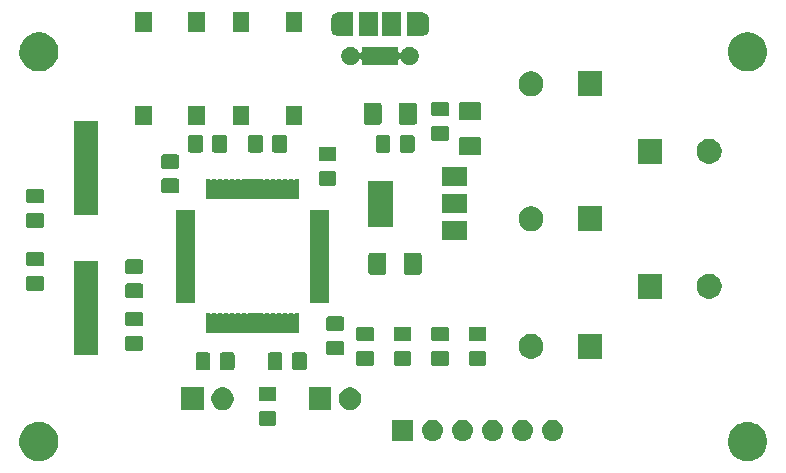
<source format=gbr>
G04 #@! TF.GenerationSoftware,KiCad,Pcbnew,(5.1.4)-1*
G04 #@! TF.CreationDate,2019-09-08T20:10:46+01:00*
G04 #@! TF.ProjectId,autoscreen,6175746f-7363-4726-9565-6e2e6b696361,rev?*
G04 #@! TF.SameCoordinates,Original*
G04 #@! TF.FileFunction,Soldermask,Top*
G04 #@! TF.FilePolarity,Negative*
%FSLAX46Y46*%
G04 Gerber Fmt 4.6, Leading zero omitted, Abs format (unit mm)*
G04 Created by KiCad (PCBNEW (5.1.4)-1) date 2019-09-08 20:10:46*
%MOMM*%
%LPD*%
G04 APERTURE LIST*
%ADD10C,0.100000*%
G04 APERTURE END LIST*
D10*
G36*
X167312560Y-128378827D02*
G01*
X167481579Y-128412447D01*
X167651868Y-128482983D01*
X167765469Y-128530038D01*
X167782042Y-128536903D01*
X168052451Y-128717585D01*
X168282415Y-128947549D01*
X168463097Y-129217958D01*
X168587553Y-129518421D01*
X168651000Y-129837391D01*
X168651000Y-130162609D01*
X168587553Y-130481579D01*
X168463097Y-130782042D01*
X168282415Y-131052451D01*
X168052451Y-131282415D01*
X167782042Y-131463097D01*
X167481579Y-131587553D01*
X167375256Y-131608702D01*
X167162611Y-131651000D01*
X166837389Y-131651000D01*
X166624744Y-131608702D01*
X166518421Y-131587553D01*
X166217958Y-131463097D01*
X165947549Y-131282415D01*
X165717585Y-131052451D01*
X165536903Y-130782042D01*
X165412447Y-130481579D01*
X165349000Y-130162609D01*
X165349000Y-129837391D01*
X165412447Y-129518421D01*
X165536903Y-129217958D01*
X165717585Y-128947549D01*
X165947549Y-128717585D01*
X166217958Y-128536903D01*
X166234532Y-128530038D01*
X166348132Y-128482983D01*
X166518421Y-128412447D01*
X166687440Y-128378827D01*
X166837389Y-128349000D01*
X167162611Y-128349000D01*
X167312560Y-128378827D01*
X167312560Y-128378827D01*
G37*
G36*
X107312560Y-128378827D02*
G01*
X107481579Y-128412447D01*
X107651868Y-128482983D01*
X107765469Y-128530038D01*
X107782042Y-128536903D01*
X108052451Y-128717585D01*
X108282415Y-128947549D01*
X108463097Y-129217958D01*
X108587553Y-129518421D01*
X108651000Y-129837391D01*
X108651000Y-130162609D01*
X108587553Y-130481579D01*
X108463097Y-130782042D01*
X108282415Y-131052451D01*
X108052451Y-131282415D01*
X107782042Y-131463097D01*
X107481579Y-131587553D01*
X107375256Y-131608702D01*
X107162611Y-131651000D01*
X106837389Y-131651000D01*
X106624744Y-131608702D01*
X106518421Y-131587553D01*
X106217958Y-131463097D01*
X105947549Y-131282415D01*
X105717585Y-131052451D01*
X105536903Y-130782042D01*
X105412447Y-130481579D01*
X105349000Y-130162609D01*
X105349000Y-129837391D01*
X105412447Y-129518421D01*
X105536903Y-129217958D01*
X105717585Y-128947549D01*
X105947549Y-128717585D01*
X106217958Y-128536903D01*
X106234532Y-128530038D01*
X106348132Y-128482983D01*
X106518421Y-128412447D01*
X106687440Y-128378827D01*
X106837389Y-128349000D01*
X107162611Y-128349000D01*
X107312560Y-128378827D01*
X107312560Y-128378827D01*
G37*
G36*
X138696000Y-129933000D02*
G01*
X136894000Y-129933000D01*
X136894000Y-128131000D01*
X138696000Y-128131000D01*
X138696000Y-129933000D01*
X138696000Y-129933000D01*
G37*
G36*
X145525442Y-128137518D02*
G01*
X145591627Y-128144037D01*
X145761466Y-128195557D01*
X145917991Y-128279222D01*
X145953729Y-128308552D01*
X146055186Y-128391814D01*
X146130005Y-128482983D01*
X146167778Y-128529009D01*
X146251443Y-128685534D01*
X146302963Y-128855373D01*
X146320359Y-129032000D01*
X146302963Y-129208627D01*
X146251443Y-129378466D01*
X146167778Y-129534991D01*
X146138448Y-129570729D01*
X146055186Y-129672186D01*
X145953729Y-129755448D01*
X145917991Y-129784778D01*
X145761466Y-129868443D01*
X145591627Y-129919963D01*
X145525442Y-129926482D01*
X145459260Y-129933000D01*
X145370740Y-129933000D01*
X145304558Y-129926482D01*
X145238373Y-129919963D01*
X145068534Y-129868443D01*
X144912009Y-129784778D01*
X144876271Y-129755448D01*
X144774814Y-129672186D01*
X144691552Y-129570729D01*
X144662222Y-129534991D01*
X144578557Y-129378466D01*
X144527037Y-129208627D01*
X144509641Y-129032000D01*
X144527037Y-128855373D01*
X144578557Y-128685534D01*
X144662222Y-128529009D01*
X144699995Y-128482983D01*
X144774814Y-128391814D01*
X144876271Y-128308552D01*
X144912009Y-128279222D01*
X145068534Y-128195557D01*
X145238373Y-128144037D01*
X145304558Y-128137518D01*
X145370740Y-128131000D01*
X145459260Y-128131000D01*
X145525442Y-128137518D01*
X145525442Y-128137518D01*
G37*
G36*
X150605442Y-128137518D02*
G01*
X150671627Y-128144037D01*
X150841466Y-128195557D01*
X150997991Y-128279222D01*
X151033729Y-128308552D01*
X151135186Y-128391814D01*
X151210005Y-128482983D01*
X151247778Y-128529009D01*
X151331443Y-128685534D01*
X151382963Y-128855373D01*
X151400359Y-129032000D01*
X151382963Y-129208627D01*
X151331443Y-129378466D01*
X151247778Y-129534991D01*
X151218448Y-129570729D01*
X151135186Y-129672186D01*
X151033729Y-129755448D01*
X150997991Y-129784778D01*
X150841466Y-129868443D01*
X150671627Y-129919963D01*
X150605442Y-129926482D01*
X150539260Y-129933000D01*
X150450740Y-129933000D01*
X150384558Y-129926482D01*
X150318373Y-129919963D01*
X150148534Y-129868443D01*
X149992009Y-129784778D01*
X149956271Y-129755448D01*
X149854814Y-129672186D01*
X149771552Y-129570729D01*
X149742222Y-129534991D01*
X149658557Y-129378466D01*
X149607037Y-129208627D01*
X149589641Y-129032000D01*
X149607037Y-128855373D01*
X149658557Y-128685534D01*
X149742222Y-128529009D01*
X149779995Y-128482983D01*
X149854814Y-128391814D01*
X149956271Y-128308552D01*
X149992009Y-128279222D01*
X150148534Y-128195557D01*
X150318373Y-128144037D01*
X150384558Y-128137518D01*
X150450740Y-128131000D01*
X150539260Y-128131000D01*
X150605442Y-128137518D01*
X150605442Y-128137518D01*
G37*
G36*
X148065442Y-128137518D02*
G01*
X148131627Y-128144037D01*
X148301466Y-128195557D01*
X148457991Y-128279222D01*
X148493729Y-128308552D01*
X148595186Y-128391814D01*
X148670005Y-128482983D01*
X148707778Y-128529009D01*
X148791443Y-128685534D01*
X148842963Y-128855373D01*
X148860359Y-129032000D01*
X148842963Y-129208627D01*
X148791443Y-129378466D01*
X148707778Y-129534991D01*
X148678448Y-129570729D01*
X148595186Y-129672186D01*
X148493729Y-129755448D01*
X148457991Y-129784778D01*
X148301466Y-129868443D01*
X148131627Y-129919963D01*
X148065442Y-129926482D01*
X147999260Y-129933000D01*
X147910740Y-129933000D01*
X147844558Y-129926482D01*
X147778373Y-129919963D01*
X147608534Y-129868443D01*
X147452009Y-129784778D01*
X147416271Y-129755448D01*
X147314814Y-129672186D01*
X147231552Y-129570729D01*
X147202222Y-129534991D01*
X147118557Y-129378466D01*
X147067037Y-129208627D01*
X147049641Y-129032000D01*
X147067037Y-128855373D01*
X147118557Y-128685534D01*
X147202222Y-128529009D01*
X147239995Y-128482983D01*
X147314814Y-128391814D01*
X147416271Y-128308552D01*
X147452009Y-128279222D01*
X147608534Y-128195557D01*
X147778373Y-128144037D01*
X147844558Y-128137518D01*
X147910740Y-128131000D01*
X147999260Y-128131000D01*
X148065442Y-128137518D01*
X148065442Y-128137518D01*
G37*
G36*
X140445442Y-128137518D02*
G01*
X140511627Y-128144037D01*
X140681466Y-128195557D01*
X140837991Y-128279222D01*
X140873729Y-128308552D01*
X140975186Y-128391814D01*
X141050005Y-128482983D01*
X141087778Y-128529009D01*
X141171443Y-128685534D01*
X141222963Y-128855373D01*
X141240359Y-129032000D01*
X141222963Y-129208627D01*
X141171443Y-129378466D01*
X141087778Y-129534991D01*
X141058448Y-129570729D01*
X140975186Y-129672186D01*
X140873729Y-129755448D01*
X140837991Y-129784778D01*
X140681466Y-129868443D01*
X140511627Y-129919963D01*
X140445442Y-129926482D01*
X140379260Y-129933000D01*
X140290740Y-129933000D01*
X140224558Y-129926482D01*
X140158373Y-129919963D01*
X139988534Y-129868443D01*
X139832009Y-129784778D01*
X139796271Y-129755448D01*
X139694814Y-129672186D01*
X139611552Y-129570729D01*
X139582222Y-129534991D01*
X139498557Y-129378466D01*
X139447037Y-129208627D01*
X139429641Y-129032000D01*
X139447037Y-128855373D01*
X139498557Y-128685534D01*
X139582222Y-128529009D01*
X139619995Y-128482983D01*
X139694814Y-128391814D01*
X139796271Y-128308552D01*
X139832009Y-128279222D01*
X139988534Y-128195557D01*
X140158373Y-128144037D01*
X140224558Y-128137518D01*
X140290740Y-128131000D01*
X140379260Y-128131000D01*
X140445442Y-128137518D01*
X140445442Y-128137518D01*
G37*
G36*
X142985442Y-128137518D02*
G01*
X143051627Y-128144037D01*
X143221466Y-128195557D01*
X143377991Y-128279222D01*
X143413729Y-128308552D01*
X143515186Y-128391814D01*
X143590005Y-128482983D01*
X143627778Y-128529009D01*
X143711443Y-128685534D01*
X143762963Y-128855373D01*
X143780359Y-129032000D01*
X143762963Y-129208627D01*
X143711443Y-129378466D01*
X143627778Y-129534991D01*
X143598448Y-129570729D01*
X143515186Y-129672186D01*
X143413729Y-129755448D01*
X143377991Y-129784778D01*
X143221466Y-129868443D01*
X143051627Y-129919963D01*
X142985442Y-129926482D01*
X142919260Y-129933000D01*
X142830740Y-129933000D01*
X142764558Y-129926482D01*
X142698373Y-129919963D01*
X142528534Y-129868443D01*
X142372009Y-129784778D01*
X142336271Y-129755448D01*
X142234814Y-129672186D01*
X142151552Y-129570729D01*
X142122222Y-129534991D01*
X142038557Y-129378466D01*
X141987037Y-129208627D01*
X141969641Y-129032000D01*
X141987037Y-128855373D01*
X142038557Y-128685534D01*
X142122222Y-128529009D01*
X142159995Y-128482983D01*
X142234814Y-128391814D01*
X142336271Y-128308552D01*
X142372009Y-128279222D01*
X142528534Y-128195557D01*
X142698373Y-128144037D01*
X142764558Y-128137518D01*
X142830740Y-128131000D01*
X142919260Y-128131000D01*
X142985442Y-128137518D01*
X142985442Y-128137518D01*
G37*
G36*
X126953674Y-127403465D02*
G01*
X126991367Y-127414899D01*
X127026103Y-127433466D01*
X127056548Y-127458452D01*
X127081534Y-127488897D01*
X127100101Y-127523633D01*
X127111535Y-127561326D01*
X127116000Y-127606661D01*
X127116000Y-128443339D01*
X127111535Y-128488674D01*
X127100101Y-128526367D01*
X127081534Y-128561103D01*
X127056548Y-128591548D01*
X127026103Y-128616534D01*
X126991367Y-128635101D01*
X126953674Y-128646535D01*
X126908339Y-128651000D01*
X125821661Y-128651000D01*
X125776326Y-128646535D01*
X125738633Y-128635101D01*
X125703897Y-128616534D01*
X125673452Y-128591548D01*
X125648466Y-128561103D01*
X125629899Y-128526367D01*
X125618465Y-128488674D01*
X125614000Y-128443339D01*
X125614000Y-127606661D01*
X125618465Y-127561326D01*
X125629899Y-127523633D01*
X125648466Y-127488897D01*
X125673452Y-127458452D01*
X125703897Y-127433466D01*
X125738633Y-127414899D01*
X125776326Y-127403465D01*
X125821661Y-127399000D01*
X126908339Y-127399000D01*
X126953674Y-127403465D01*
X126953674Y-127403465D01*
G37*
G36*
X122832395Y-125450546D02*
G01*
X123005466Y-125522234D01*
X123074072Y-125568075D01*
X123161227Y-125626310D01*
X123293690Y-125758773D01*
X123293691Y-125758775D01*
X123397766Y-125914534D01*
X123469454Y-126087605D01*
X123506000Y-126271333D01*
X123506000Y-126458667D01*
X123469454Y-126642395D01*
X123397766Y-126815466D01*
X123397765Y-126815467D01*
X123293690Y-126971227D01*
X123161227Y-127103690D01*
X123082818Y-127156081D01*
X123005466Y-127207766D01*
X122832395Y-127279454D01*
X122648667Y-127316000D01*
X122461333Y-127316000D01*
X122277605Y-127279454D01*
X122104534Y-127207766D01*
X122027182Y-127156081D01*
X121948773Y-127103690D01*
X121816310Y-126971227D01*
X121712235Y-126815467D01*
X121712234Y-126815466D01*
X121640546Y-126642395D01*
X121604000Y-126458667D01*
X121604000Y-126271333D01*
X121640546Y-126087605D01*
X121712234Y-125914534D01*
X121816309Y-125758775D01*
X121816310Y-125758773D01*
X121948773Y-125626310D01*
X122035928Y-125568075D01*
X122104534Y-125522234D01*
X122277605Y-125450546D01*
X122461333Y-125414000D01*
X122648667Y-125414000D01*
X122832395Y-125450546D01*
X122832395Y-125450546D01*
G37*
G36*
X133627395Y-125450546D02*
G01*
X133800466Y-125522234D01*
X133869072Y-125568075D01*
X133956227Y-125626310D01*
X134088690Y-125758773D01*
X134088691Y-125758775D01*
X134192766Y-125914534D01*
X134264454Y-126087605D01*
X134301000Y-126271333D01*
X134301000Y-126458667D01*
X134264454Y-126642395D01*
X134192766Y-126815466D01*
X134192765Y-126815467D01*
X134088690Y-126971227D01*
X133956227Y-127103690D01*
X133877818Y-127156081D01*
X133800466Y-127207766D01*
X133627395Y-127279454D01*
X133443667Y-127316000D01*
X133256333Y-127316000D01*
X133072605Y-127279454D01*
X132899534Y-127207766D01*
X132822182Y-127156081D01*
X132743773Y-127103690D01*
X132611310Y-126971227D01*
X132507235Y-126815467D01*
X132507234Y-126815466D01*
X132435546Y-126642395D01*
X132399000Y-126458667D01*
X132399000Y-126271333D01*
X132435546Y-126087605D01*
X132507234Y-125914534D01*
X132611309Y-125758775D01*
X132611310Y-125758773D01*
X132743773Y-125626310D01*
X132830928Y-125568075D01*
X132899534Y-125522234D01*
X133072605Y-125450546D01*
X133256333Y-125414000D01*
X133443667Y-125414000D01*
X133627395Y-125450546D01*
X133627395Y-125450546D01*
G37*
G36*
X120966000Y-127316000D02*
G01*
X119064000Y-127316000D01*
X119064000Y-125414000D01*
X120966000Y-125414000D01*
X120966000Y-127316000D01*
X120966000Y-127316000D01*
G37*
G36*
X131761000Y-127316000D02*
G01*
X129859000Y-127316000D01*
X129859000Y-125414000D01*
X131761000Y-125414000D01*
X131761000Y-127316000D01*
X131761000Y-127316000D01*
G37*
G36*
X126953674Y-125353465D02*
G01*
X126991367Y-125364899D01*
X127026103Y-125383466D01*
X127056548Y-125408452D01*
X127081534Y-125438897D01*
X127100101Y-125473633D01*
X127111535Y-125511326D01*
X127116000Y-125556661D01*
X127116000Y-126393339D01*
X127111535Y-126438674D01*
X127100101Y-126476367D01*
X127081534Y-126511103D01*
X127056548Y-126541548D01*
X127026103Y-126566534D01*
X126991367Y-126585101D01*
X126953674Y-126596535D01*
X126908339Y-126601000D01*
X125821661Y-126601000D01*
X125776326Y-126596535D01*
X125738633Y-126585101D01*
X125703897Y-126566534D01*
X125673452Y-126541548D01*
X125648466Y-126511103D01*
X125629899Y-126476367D01*
X125618465Y-126438674D01*
X125614000Y-126393339D01*
X125614000Y-125556661D01*
X125618465Y-125511326D01*
X125629899Y-125473633D01*
X125648466Y-125438897D01*
X125673452Y-125408452D01*
X125703897Y-125383466D01*
X125738633Y-125364899D01*
X125776326Y-125353465D01*
X125821661Y-125349000D01*
X126908339Y-125349000D01*
X126953674Y-125353465D01*
X126953674Y-125353465D01*
G37*
G36*
X127463674Y-122443465D02*
G01*
X127501367Y-122454899D01*
X127536103Y-122473466D01*
X127566548Y-122498452D01*
X127591534Y-122528897D01*
X127610101Y-122563633D01*
X127621535Y-122601326D01*
X127626000Y-122646661D01*
X127626000Y-123733339D01*
X127621535Y-123778674D01*
X127610101Y-123816367D01*
X127591534Y-123851103D01*
X127566548Y-123881548D01*
X127536103Y-123906534D01*
X127501367Y-123925101D01*
X127463674Y-123936535D01*
X127418339Y-123941000D01*
X126581661Y-123941000D01*
X126536326Y-123936535D01*
X126498633Y-123925101D01*
X126463897Y-123906534D01*
X126433452Y-123881548D01*
X126408466Y-123851103D01*
X126389899Y-123816367D01*
X126378465Y-123778674D01*
X126374000Y-123733339D01*
X126374000Y-122646661D01*
X126378465Y-122601326D01*
X126389899Y-122563633D01*
X126408466Y-122528897D01*
X126433452Y-122498452D01*
X126463897Y-122473466D01*
X126498633Y-122454899D01*
X126536326Y-122443465D01*
X126581661Y-122439000D01*
X127418339Y-122439000D01*
X127463674Y-122443465D01*
X127463674Y-122443465D01*
G37*
G36*
X123408674Y-122443465D02*
G01*
X123446367Y-122454899D01*
X123481103Y-122473466D01*
X123511548Y-122498452D01*
X123536534Y-122528897D01*
X123555101Y-122563633D01*
X123566535Y-122601326D01*
X123571000Y-122646661D01*
X123571000Y-123733339D01*
X123566535Y-123778674D01*
X123555101Y-123816367D01*
X123536534Y-123851103D01*
X123511548Y-123881548D01*
X123481103Y-123906534D01*
X123446367Y-123925101D01*
X123408674Y-123936535D01*
X123363339Y-123941000D01*
X122526661Y-123941000D01*
X122481326Y-123936535D01*
X122443633Y-123925101D01*
X122408897Y-123906534D01*
X122378452Y-123881548D01*
X122353466Y-123851103D01*
X122334899Y-123816367D01*
X122323465Y-123778674D01*
X122319000Y-123733339D01*
X122319000Y-122646661D01*
X122323465Y-122601326D01*
X122334899Y-122563633D01*
X122353466Y-122528897D01*
X122378452Y-122498452D01*
X122408897Y-122473466D01*
X122443633Y-122454899D01*
X122481326Y-122443465D01*
X122526661Y-122439000D01*
X123363339Y-122439000D01*
X123408674Y-122443465D01*
X123408674Y-122443465D01*
G37*
G36*
X121358674Y-122443465D02*
G01*
X121396367Y-122454899D01*
X121431103Y-122473466D01*
X121461548Y-122498452D01*
X121486534Y-122528897D01*
X121505101Y-122563633D01*
X121516535Y-122601326D01*
X121521000Y-122646661D01*
X121521000Y-123733339D01*
X121516535Y-123778674D01*
X121505101Y-123816367D01*
X121486534Y-123851103D01*
X121461548Y-123881548D01*
X121431103Y-123906534D01*
X121396367Y-123925101D01*
X121358674Y-123936535D01*
X121313339Y-123941000D01*
X120476661Y-123941000D01*
X120431326Y-123936535D01*
X120393633Y-123925101D01*
X120358897Y-123906534D01*
X120328452Y-123881548D01*
X120303466Y-123851103D01*
X120284899Y-123816367D01*
X120273465Y-123778674D01*
X120269000Y-123733339D01*
X120269000Y-122646661D01*
X120273465Y-122601326D01*
X120284899Y-122563633D01*
X120303466Y-122528897D01*
X120328452Y-122498452D01*
X120358897Y-122473466D01*
X120393633Y-122454899D01*
X120431326Y-122443465D01*
X120476661Y-122439000D01*
X121313339Y-122439000D01*
X121358674Y-122443465D01*
X121358674Y-122443465D01*
G37*
G36*
X129513674Y-122443465D02*
G01*
X129551367Y-122454899D01*
X129586103Y-122473466D01*
X129616548Y-122498452D01*
X129641534Y-122528897D01*
X129660101Y-122563633D01*
X129671535Y-122601326D01*
X129676000Y-122646661D01*
X129676000Y-123733339D01*
X129671535Y-123778674D01*
X129660101Y-123816367D01*
X129641534Y-123851103D01*
X129616548Y-123881548D01*
X129586103Y-123906534D01*
X129551367Y-123925101D01*
X129513674Y-123936535D01*
X129468339Y-123941000D01*
X128631661Y-123941000D01*
X128586326Y-123936535D01*
X128548633Y-123925101D01*
X128513897Y-123906534D01*
X128483452Y-123881548D01*
X128458466Y-123851103D01*
X128439899Y-123816367D01*
X128428465Y-123778674D01*
X128424000Y-123733339D01*
X128424000Y-122646661D01*
X128428465Y-122601326D01*
X128439899Y-122563633D01*
X128458466Y-122528897D01*
X128483452Y-122498452D01*
X128513897Y-122473466D01*
X128548633Y-122454899D01*
X128586326Y-122443465D01*
X128631661Y-122439000D01*
X129468339Y-122439000D01*
X129513674Y-122443465D01*
X129513674Y-122443465D01*
G37*
G36*
X144733674Y-122323465D02*
G01*
X144771367Y-122334899D01*
X144806103Y-122353466D01*
X144836548Y-122378452D01*
X144861534Y-122408897D01*
X144880101Y-122443633D01*
X144891535Y-122481326D01*
X144896000Y-122526661D01*
X144896000Y-123363339D01*
X144891535Y-123408674D01*
X144880101Y-123446367D01*
X144861534Y-123481103D01*
X144836548Y-123511548D01*
X144806103Y-123536534D01*
X144771367Y-123555101D01*
X144733674Y-123566535D01*
X144688339Y-123571000D01*
X143601661Y-123571000D01*
X143556326Y-123566535D01*
X143518633Y-123555101D01*
X143483897Y-123536534D01*
X143453452Y-123511548D01*
X143428466Y-123481103D01*
X143409899Y-123446367D01*
X143398465Y-123408674D01*
X143394000Y-123363339D01*
X143394000Y-122526661D01*
X143398465Y-122481326D01*
X143409899Y-122443633D01*
X143428466Y-122408897D01*
X143453452Y-122378452D01*
X143483897Y-122353466D01*
X143518633Y-122334899D01*
X143556326Y-122323465D01*
X143601661Y-122319000D01*
X144688339Y-122319000D01*
X144733674Y-122323465D01*
X144733674Y-122323465D01*
G37*
G36*
X135208674Y-122323465D02*
G01*
X135246367Y-122334899D01*
X135281103Y-122353466D01*
X135311548Y-122378452D01*
X135336534Y-122408897D01*
X135355101Y-122443633D01*
X135366535Y-122481326D01*
X135371000Y-122526661D01*
X135371000Y-123363339D01*
X135366535Y-123408674D01*
X135355101Y-123446367D01*
X135336534Y-123481103D01*
X135311548Y-123511548D01*
X135281103Y-123536534D01*
X135246367Y-123555101D01*
X135208674Y-123566535D01*
X135163339Y-123571000D01*
X134076661Y-123571000D01*
X134031326Y-123566535D01*
X133993633Y-123555101D01*
X133958897Y-123536534D01*
X133928452Y-123511548D01*
X133903466Y-123481103D01*
X133884899Y-123446367D01*
X133873465Y-123408674D01*
X133869000Y-123363339D01*
X133869000Y-122526661D01*
X133873465Y-122481326D01*
X133884899Y-122443633D01*
X133903466Y-122408897D01*
X133928452Y-122378452D01*
X133958897Y-122353466D01*
X133993633Y-122334899D01*
X134031326Y-122323465D01*
X134076661Y-122319000D01*
X135163339Y-122319000D01*
X135208674Y-122323465D01*
X135208674Y-122323465D01*
G37*
G36*
X138383674Y-122323465D02*
G01*
X138421367Y-122334899D01*
X138456103Y-122353466D01*
X138486548Y-122378452D01*
X138511534Y-122408897D01*
X138530101Y-122443633D01*
X138541535Y-122481326D01*
X138546000Y-122526661D01*
X138546000Y-123363339D01*
X138541535Y-123408674D01*
X138530101Y-123446367D01*
X138511534Y-123481103D01*
X138486548Y-123511548D01*
X138456103Y-123536534D01*
X138421367Y-123555101D01*
X138383674Y-123566535D01*
X138338339Y-123571000D01*
X137251661Y-123571000D01*
X137206326Y-123566535D01*
X137168633Y-123555101D01*
X137133897Y-123536534D01*
X137103452Y-123511548D01*
X137078466Y-123481103D01*
X137059899Y-123446367D01*
X137048465Y-123408674D01*
X137044000Y-123363339D01*
X137044000Y-122526661D01*
X137048465Y-122481326D01*
X137059899Y-122443633D01*
X137078466Y-122408897D01*
X137103452Y-122378452D01*
X137133897Y-122353466D01*
X137168633Y-122334899D01*
X137206326Y-122323465D01*
X137251661Y-122319000D01*
X138338339Y-122319000D01*
X138383674Y-122323465D01*
X138383674Y-122323465D01*
G37*
G36*
X141558674Y-122323465D02*
G01*
X141596367Y-122334899D01*
X141631103Y-122353466D01*
X141661548Y-122378452D01*
X141686534Y-122408897D01*
X141705101Y-122443633D01*
X141716535Y-122481326D01*
X141721000Y-122526661D01*
X141721000Y-123363339D01*
X141716535Y-123408674D01*
X141705101Y-123446367D01*
X141686534Y-123481103D01*
X141661548Y-123511548D01*
X141631103Y-123536534D01*
X141596367Y-123555101D01*
X141558674Y-123566535D01*
X141513339Y-123571000D01*
X140426661Y-123571000D01*
X140381326Y-123566535D01*
X140343633Y-123555101D01*
X140308897Y-123536534D01*
X140278452Y-123511548D01*
X140253466Y-123481103D01*
X140234899Y-123446367D01*
X140223465Y-123408674D01*
X140219000Y-123363339D01*
X140219000Y-122526661D01*
X140223465Y-122481326D01*
X140234899Y-122443633D01*
X140253466Y-122408897D01*
X140278452Y-122378452D01*
X140308897Y-122353466D01*
X140343633Y-122334899D01*
X140381326Y-122323465D01*
X140426661Y-122319000D01*
X141513339Y-122319000D01*
X141558674Y-122323465D01*
X141558674Y-122323465D01*
G37*
G36*
X154721000Y-122971000D02*
G01*
X152619000Y-122971000D01*
X152619000Y-120869000D01*
X154721000Y-120869000D01*
X154721000Y-122971000D01*
X154721000Y-122971000D01*
G37*
G36*
X148976564Y-120909389D02*
G01*
X149167833Y-120988615D01*
X149167835Y-120988616D01*
X149339973Y-121103635D01*
X149486365Y-121250027D01*
X149558961Y-121358674D01*
X149601385Y-121422167D01*
X149680611Y-121613436D01*
X149721000Y-121816484D01*
X149721000Y-122023516D01*
X149680611Y-122226564D01*
X149605086Y-122408897D01*
X149601384Y-122417835D01*
X149486365Y-122589973D01*
X149339973Y-122736365D01*
X149167835Y-122851384D01*
X149167834Y-122851385D01*
X149167833Y-122851385D01*
X148976564Y-122930611D01*
X148773516Y-122971000D01*
X148566484Y-122971000D01*
X148363436Y-122930611D01*
X148172167Y-122851385D01*
X148172166Y-122851385D01*
X148172165Y-122851384D01*
X148000027Y-122736365D01*
X147853635Y-122589973D01*
X147738616Y-122417835D01*
X147734914Y-122408897D01*
X147659389Y-122226564D01*
X147619000Y-122023516D01*
X147619000Y-121816484D01*
X147659389Y-121613436D01*
X147738615Y-121422167D01*
X147781040Y-121358674D01*
X147853635Y-121250027D01*
X148000027Y-121103635D01*
X148172165Y-120988616D01*
X148172167Y-120988615D01*
X148363436Y-120909389D01*
X148566484Y-120869000D01*
X148773516Y-120869000D01*
X148976564Y-120909389D01*
X148976564Y-120909389D01*
G37*
G36*
X112049000Y-122702000D02*
G01*
X109947000Y-122702000D01*
X109947000Y-114725000D01*
X112049000Y-114725000D01*
X112049000Y-122702000D01*
X112049000Y-122702000D01*
G37*
G36*
X132668674Y-121443465D02*
G01*
X132706367Y-121454899D01*
X132741103Y-121473466D01*
X132771548Y-121498452D01*
X132796534Y-121528897D01*
X132815101Y-121563633D01*
X132826535Y-121601326D01*
X132831000Y-121646661D01*
X132831000Y-122483339D01*
X132826535Y-122528674D01*
X132815101Y-122566367D01*
X132796534Y-122601103D01*
X132771548Y-122631548D01*
X132741103Y-122656534D01*
X132706367Y-122675101D01*
X132668674Y-122686535D01*
X132623339Y-122691000D01*
X131536661Y-122691000D01*
X131491326Y-122686535D01*
X131453633Y-122675101D01*
X131418897Y-122656534D01*
X131388452Y-122631548D01*
X131363466Y-122601103D01*
X131344899Y-122566367D01*
X131333465Y-122528674D01*
X131329000Y-122483339D01*
X131329000Y-121646661D01*
X131333465Y-121601326D01*
X131344899Y-121563633D01*
X131363466Y-121528897D01*
X131388452Y-121498452D01*
X131418897Y-121473466D01*
X131453633Y-121454899D01*
X131491326Y-121443465D01*
X131536661Y-121439000D01*
X132623339Y-121439000D01*
X132668674Y-121443465D01*
X132668674Y-121443465D01*
G37*
G36*
X115650674Y-121053465D02*
G01*
X115688367Y-121064899D01*
X115723103Y-121083466D01*
X115753548Y-121108452D01*
X115778534Y-121138897D01*
X115797101Y-121173633D01*
X115808535Y-121211326D01*
X115813000Y-121256661D01*
X115813000Y-122093339D01*
X115808535Y-122138674D01*
X115797101Y-122176367D01*
X115778534Y-122211103D01*
X115753548Y-122241548D01*
X115723103Y-122266534D01*
X115688367Y-122285101D01*
X115650674Y-122296535D01*
X115605339Y-122301000D01*
X114518661Y-122301000D01*
X114473326Y-122296535D01*
X114435633Y-122285101D01*
X114400897Y-122266534D01*
X114370452Y-122241548D01*
X114345466Y-122211103D01*
X114326899Y-122176367D01*
X114315465Y-122138674D01*
X114311000Y-122093339D01*
X114311000Y-121256661D01*
X114315465Y-121211326D01*
X114326899Y-121173633D01*
X114345466Y-121138897D01*
X114370452Y-121108452D01*
X114400897Y-121083466D01*
X114435633Y-121064899D01*
X114473326Y-121053465D01*
X114518661Y-121049000D01*
X115605339Y-121049000D01*
X115650674Y-121053465D01*
X115650674Y-121053465D01*
G37*
G36*
X138383674Y-120273465D02*
G01*
X138421367Y-120284899D01*
X138456103Y-120303466D01*
X138486548Y-120328452D01*
X138511534Y-120358897D01*
X138530101Y-120393633D01*
X138541535Y-120431326D01*
X138546000Y-120476661D01*
X138546000Y-121313339D01*
X138541535Y-121358674D01*
X138530101Y-121396367D01*
X138511534Y-121431103D01*
X138486548Y-121461548D01*
X138456103Y-121486534D01*
X138421367Y-121505101D01*
X138383674Y-121516535D01*
X138338339Y-121521000D01*
X137251661Y-121521000D01*
X137206326Y-121516535D01*
X137168633Y-121505101D01*
X137133897Y-121486534D01*
X137103452Y-121461548D01*
X137078466Y-121431103D01*
X137059899Y-121396367D01*
X137048465Y-121358674D01*
X137044000Y-121313339D01*
X137044000Y-120476661D01*
X137048465Y-120431326D01*
X137059899Y-120393633D01*
X137078466Y-120358897D01*
X137103452Y-120328452D01*
X137133897Y-120303466D01*
X137168633Y-120284899D01*
X137206326Y-120273465D01*
X137251661Y-120269000D01*
X138338339Y-120269000D01*
X138383674Y-120273465D01*
X138383674Y-120273465D01*
G37*
G36*
X135208674Y-120273465D02*
G01*
X135246367Y-120284899D01*
X135281103Y-120303466D01*
X135311548Y-120328452D01*
X135336534Y-120358897D01*
X135355101Y-120393633D01*
X135366535Y-120431326D01*
X135371000Y-120476661D01*
X135371000Y-121313339D01*
X135366535Y-121358674D01*
X135355101Y-121396367D01*
X135336534Y-121431103D01*
X135311548Y-121461548D01*
X135281103Y-121486534D01*
X135246367Y-121505101D01*
X135208674Y-121516535D01*
X135163339Y-121521000D01*
X134076661Y-121521000D01*
X134031326Y-121516535D01*
X133993633Y-121505101D01*
X133958897Y-121486534D01*
X133928452Y-121461548D01*
X133903466Y-121431103D01*
X133884899Y-121396367D01*
X133873465Y-121358674D01*
X133869000Y-121313339D01*
X133869000Y-120476661D01*
X133873465Y-120431326D01*
X133884899Y-120393633D01*
X133903466Y-120358897D01*
X133928452Y-120328452D01*
X133958897Y-120303466D01*
X133993633Y-120284899D01*
X134031326Y-120273465D01*
X134076661Y-120269000D01*
X135163339Y-120269000D01*
X135208674Y-120273465D01*
X135208674Y-120273465D01*
G37*
G36*
X141558674Y-120273465D02*
G01*
X141596367Y-120284899D01*
X141631103Y-120303466D01*
X141661548Y-120328452D01*
X141686534Y-120358897D01*
X141705101Y-120393633D01*
X141716535Y-120431326D01*
X141721000Y-120476661D01*
X141721000Y-121313339D01*
X141716535Y-121358674D01*
X141705101Y-121396367D01*
X141686534Y-121431103D01*
X141661548Y-121461548D01*
X141631103Y-121486534D01*
X141596367Y-121505101D01*
X141558674Y-121516535D01*
X141513339Y-121521000D01*
X140426661Y-121521000D01*
X140381326Y-121516535D01*
X140343633Y-121505101D01*
X140308897Y-121486534D01*
X140278452Y-121461548D01*
X140253466Y-121431103D01*
X140234899Y-121396367D01*
X140223465Y-121358674D01*
X140219000Y-121313339D01*
X140219000Y-120476661D01*
X140223465Y-120431326D01*
X140234899Y-120393633D01*
X140253466Y-120358897D01*
X140278452Y-120328452D01*
X140308897Y-120303466D01*
X140343633Y-120284899D01*
X140381326Y-120273465D01*
X140426661Y-120269000D01*
X141513339Y-120269000D01*
X141558674Y-120273465D01*
X141558674Y-120273465D01*
G37*
G36*
X144733674Y-120273465D02*
G01*
X144771367Y-120284899D01*
X144806103Y-120303466D01*
X144836548Y-120328452D01*
X144861534Y-120358897D01*
X144880101Y-120393633D01*
X144891535Y-120431326D01*
X144896000Y-120476661D01*
X144896000Y-121313339D01*
X144891535Y-121358674D01*
X144880101Y-121396367D01*
X144861534Y-121431103D01*
X144836548Y-121461548D01*
X144806103Y-121486534D01*
X144771367Y-121505101D01*
X144733674Y-121516535D01*
X144688339Y-121521000D01*
X143601661Y-121521000D01*
X143556326Y-121516535D01*
X143518633Y-121505101D01*
X143483897Y-121486534D01*
X143453452Y-121461548D01*
X143428466Y-121431103D01*
X143409899Y-121396367D01*
X143398465Y-121358674D01*
X143394000Y-121313339D01*
X143394000Y-120476661D01*
X143398465Y-120431326D01*
X143409899Y-120393633D01*
X143428466Y-120358897D01*
X143453452Y-120328452D01*
X143483897Y-120303466D01*
X143518633Y-120284899D01*
X143556326Y-120273465D01*
X143601661Y-120269000D01*
X144688339Y-120269000D01*
X144733674Y-120273465D01*
X144733674Y-120273465D01*
G37*
G36*
X121515295Y-119150323D02*
G01*
X121522309Y-119152451D01*
X121536077Y-119159810D01*
X121558716Y-119169187D01*
X121582749Y-119173967D01*
X121607253Y-119173967D01*
X121631286Y-119169186D01*
X121653923Y-119159810D01*
X121667691Y-119152451D01*
X121674705Y-119150323D01*
X121688140Y-119149000D01*
X122001860Y-119149000D01*
X122015295Y-119150323D01*
X122022309Y-119152451D01*
X122036077Y-119159810D01*
X122058716Y-119169187D01*
X122082749Y-119173967D01*
X122107253Y-119173967D01*
X122131286Y-119169186D01*
X122153923Y-119159810D01*
X122167691Y-119152451D01*
X122174705Y-119150323D01*
X122188140Y-119149000D01*
X122501860Y-119149000D01*
X122515295Y-119150323D01*
X122522309Y-119152451D01*
X122536077Y-119159810D01*
X122558716Y-119169187D01*
X122582749Y-119173967D01*
X122607253Y-119173967D01*
X122631286Y-119169186D01*
X122653923Y-119159810D01*
X122667691Y-119152451D01*
X122674705Y-119150323D01*
X122688140Y-119149000D01*
X123001860Y-119149000D01*
X123015295Y-119150323D01*
X123022309Y-119152451D01*
X123036077Y-119159810D01*
X123058716Y-119169187D01*
X123082749Y-119173967D01*
X123107253Y-119173967D01*
X123131286Y-119169186D01*
X123153923Y-119159810D01*
X123167691Y-119152451D01*
X123174705Y-119150323D01*
X123188140Y-119149000D01*
X123501860Y-119149000D01*
X123515295Y-119150323D01*
X123522309Y-119152451D01*
X123536077Y-119159810D01*
X123558716Y-119169187D01*
X123582749Y-119173967D01*
X123607253Y-119173967D01*
X123631286Y-119169186D01*
X123653923Y-119159810D01*
X123667691Y-119152451D01*
X123674705Y-119150323D01*
X123688140Y-119149000D01*
X124001860Y-119149000D01*
X124015295Y-119150323D01*
X124022309Y-119152451D01*
X124036077Y-119159810D01*
X124058716Y-119169187D01*
X124082749Y-119173967D01*
X124107253Y-119173967D01*
X124131286Y-119169186D01*
X124153923Y-119159810D01*
X124167691Y-119152451D01*
X124174705Y-119150323D01*
X124188140Y-119149000D01*
X124501860Y-119149000D01*
X124515295Y-119150323D01*
X124522309Y-119152451D01*
X124536077Y-119159810D01*
X124558716Y-119169187D01*
X124582749Y-119173967D01*
X124607253Y-119173967D01*
X124631286Y-119169186D01*
X124653923Y-119159810D01*
X124667691Y-119152451D01*
X124674705Y-119150323D01*
X124688140Y-119149000D01*
X125001860Y-119149000D01*
X125015295Y-119150323D01*
X125022309Y-119152451D01*
X125036077Y-119159810D01*
X125058716Y-119169187D01*
X125082749Y-119173967D01*
X125107253Y-119173967D01*
X125131286Y-119169186D01*
X125153923Y-119159810D01*
X125167691Y-119152451D01*
X125174705Y-119150323D01*
X125188140Y-119149000D01*
X125501860Y-119149000D01*
X125515295Y-119150323D01*
X125522309Y-119152451D01*
X125536077Y-119159810D01*
X125558716Y-119169187D01*
X125582749Y-119173967D01*
X125607253Y-119173967D01*
X125631286Y-119169186D01*
X125653923Y-119159810D01*
X125667691Y-119152451D01*
X125674705Y-119150323D01*
X125688140Y-119149000D01*
X126001860Y-119149000D01*
X126015295Y-119150323D01*
X126022309Y-119152451D01*
X126036077Y-119159810D01*
X126058716Y-119169187D01*
X126082749Y-119173967D01*
X126107253Y-119173967D01*
X126131286Y-119169186D01*
X126153923Y-119159810D01*
X126167691Y-119152451D01*
X126174705Y-119150323D01*
X126188140Y-119149000D01*
X126501860Y-119149000D01*
X126515295Y-119150323D01*
X126522309Y-119152451D01*
X126536077Y-119159810D01*
X126558716Y-119169187D01*
X126582749Y-119173967D01*
X126607253Y-119173967D01*
X126631286Y-119169186D01*
X126653923Y-119159810D01*
X126667691Y-119152451D01*
X126674705Y-119150323D01*
X126688140Y-119149000D01*
X127001860Y-119149000D01*
X127015295Y-119150323D01*
X127022309Y-119152451D01*
X127036077Y-119159810D01*
X127058716Y-119169187D01*
X127082749Y-119173967D01*
X127107253Y-119173967D01*
X127131286Y-119169186D01*
X127153923Y-119159810D01*
X127167691Y-119152451D01*
X127174705Y-119150323D01*
X127188140Y-119149000D01*
X127501860Y-119149000D01*
X127515295Y-119150323D01*
X127522309Y-119152451D01*
X127536077Y-119159810D01*
X127558716Y-119169187D01*
X127582749Y-119173967D01*
X127607253Y-119173967D01*
X127631286Y-119169186D01*
X127653923Y-119159810D01*
X127667691Y-119152451D01*
X127674705Y-119150323D01*
X127688140Y-119149000D01*
X128001860Y-119149000D01*
X128015295Y-119150323D01*
X128022309Y-119152451D01*
X128036077Y-119159810D01*
X128058716Y-119169187D01*
X128082749Y-119173967D01*
X128107253Y-119173967D01*
X128131286Y-119169186D01*
X128153923Y-119159810D01*
X128167691Y-119152451D01*
X128174705Y-119150323D01*
X128188140Y-119149000D01*
X128501860Y-119149000D01*
X128515295Y-119150323D01*
X128522309Y-119152451D01*
X128536077Y-119159810D01*
X128558716Y-119169187D01*
X128582749Y-119173967D01*
X128607253Y-119173967D01*
X128631286Y-119169186D01*
X128653923Y-119159810D01*
X128667691Y-119152451D01*
X128674705Y-119150323D01*
X128688140Y-119149000D01*
X129001860Y-119149000D01*
X129015295Y-119150323D01*
X129022310Y-119152451D01*
X129028776Y-119155908D01*
X129034442Y-119160558D01*
X129039092Y-119166224D01*
X129042549Y-119172690D01*
X129044677Y-119179705D01*
X129046000Y-119193140D01*
X129046000Y-120756860D01*
X129044677Y-120770295D01*
X129042549Y-120777310D01*
X129039092Y-120783776D01*
X129034442Y-120789442D01*
X129028776Y-120794092D01*
X129022310Y-120797549D01*
X129015295Y-120799677D01*
X129001860Y-120801000D01*
X128688140Y-120801000D01*
X128674705Y-120799677D01*
X128667691Y-120797549D01*
X128653923Y-120790190D01*
X128631284Y-120780813D01*
X128607251Y-120776033D01*
X128582747Y-120776033D01*
X128558714Y-120780814D01*
X128536077Y-120790190D01*
X128522309Y-120797549D01*
X128515295Y-120799677D01*
X128501860Y-120801000D01*
X128188140Y-120801000D01*
X128174705Y-120799677D01*
X128167691Y-120797549D01*
X128153923Y-120790190D01*
X128131284Y-120780813D01*
X128107251Y-120776033D01*
X128082747Y-120776033D01*
X128058714Y-120780814D01*
X128036077Y-120790190D01*
X128022309Y-120797549D01*
X128015295Y-120799677D01*
X128001860Y-120801000D01*
X127688140Y-120801000D01*
X127674705Y-120799677D01*
X127667691Y-120797549D01*
X127653923Y-120790190D01*
X127631284Y-120780813D01*
X127607251Y-120776033D01*
X127582747Y-120776033D01*
X127558714Y-120780814D01*
X127536077Y-120790190D01*
X127522309Y-120797549D01*
X127515295Y-120799677D01*
X127501860Y-120801000D01*
X127188140Y-120801000D01*
X127174705Y-120799677D01*
X127167691Y-120797549D01*
X127153923Y-120790190D01*
X127131284Y-120780813D01*
X127107251Y-120776033D01*
X127082747Y-120776033D01*
X127058714Y-120780814D01*
X127036077Y-120790190D01*
X127022309Y-120797549D01*
X127015295Y-120799677D01*
X127001860Y-120801000D01*
X126688140Y-120801000D01*
X126674705Y-120799677D01*
X126667691Y-120797549D01*
X126653923Y-120790190D01*
X126631284Y-120780813D01*
X126607251Y-120776033D01*
X126582747Y-120776033D01*
X126558714Y-120780814D01*
X126536077Y-120790190D01*
X126522309Y-120797549D01*
X126515295Y-120799677D01*
X126501860Y-120801000D01*
X126188140Y-120801000D01*
X126174705Y-120799677D01*
X126167691Y-120797549D01*
X126153923Y-120790190D01*
X126131284Y-120780813D01*
X126107251Y-120776033D01*
X126082747Y-120776033D01*
X126058714Y-120780814D01*
X126036077Y-120790190D01*
X126022309Y-120797549D01*
X126015295Y-120799677D01*
X126001860Y-120801000D01*
X125688140Y-120801000D01*
X125674705Y-120799677D01*
X125667691Y-120797549D01*
X125653923Y-120790190D01*
X125631284Y-120780813D01*
X125607251Y-120776033D01*
X125582747Y-120776033D01*
X125558714Y-120780814D01*
X125536077Y-120790190D01*
X125522309Y-120797549D01*
X125515295Y-120799677D01*
X125501860Y-120801000D01*
X125188140Y-120801000D01*
X125174705Y-120799677D01*
X125167691Y-120797549D01*
X125153923Y-120790190D01*
X125131284Y-120780813D01*
X125107251Y-120776033D01*
X125082747Y-120776033D01*
X125058714Y-120780814D01*
X125036077Y-120790190D01*
X125022309Y-120797549D01*
X125015295Y-120799677D01*
X125001860Y-120801000D01*
X124688140Y-120801000D01*
X124674705Y-120799677D01*
X124667691Y-120797549D01*
X124653923Y-120790190D01*
X124631284Y-120780813D01*
X124607251Y-120776033D01*
X124582747Y-120776033D01*
X124558714Y-120780814D01*
X124536077Y-120790190D01*
X124522309Y-120797549D01*
X124515295Y-120799677D01*
X124501860Y-120801000D01*
X124188140Y-120801000D01*
X124174705Y-120799677D01*
X124167691Y-120797549D01*
X124153923Y-120790190D01*
X124131284Y-120780813D01*
X124107251Y-120776033D01*
X124082747Y-120776033D01*
X124058714Y-120780814D01*
X124036077Y-120790190D01*
X124022309Y-120797549D01*
X124015295Y-120799677D01*
X124001860Y-120801000D01*
X123688140Y-120801000D01*
X123674705Y-120799677D01*
X123667691Y-120797549D01*
X123653923Y-120790190D01*
X123631284Y-120780813D01*
X123607251Y-120776033D01*
X123582747Y-120776033D01*
X123558714Y-120780814D01*
X123536077Y-120790190D01*
X123522309Y-120797549D01*
X123515295Y-120799677D01*
X123501860Y-120801000D01*
X123188140Y-120801000D01*
X123174705Y-120799677D01*
X123167691Y-120797549D01*
X123153923Y-120790190D01*
X123131284Y-120780813D01*
X123107251Y-120776033D01*
X123082747Y-120776033D01*
X123058714Y-120780814D01*
X123036077Y-120790190D01*
X123022309Y-120797549D01*
X123015295Y-120799677D01*
X123001860Y-120801000D01*
X122688140Y-120801000D01*
X122674705Y-120799677D01*
X122667691Y-120797549D01*
X122653923Y-120790190D01*
X122631284Y-120780813D01*
X122607251Y-120776033D01*
X122582747Y-120776033D01*
X122558714Y-120780814D01*
X122536077Y-120790190D01*
X122522309Y-120797549D01*
X122515295Y-120799677D01*
X122501860Y-120801000D01*
X122188140Y-120801000D01*
X122174705Y-120799677D01*
X122167691Y-120797549D01*
X122153923Y-120790190D01*
X122131284Y-120780813D01*
X122107251Y-120776033D01*
X122082747Y-120776033D01*
X122058714Y-120780814D01*
X122036077Y-120790190D01*
X122022309Y-120797549D01*
X122015295Y-120799677D01*
X122001860Y-120801000D01*
X121688140Y-120801000D01*
X121674705Y-120799677D01*
X121667691Y-120797549D01*
X121653923Y-120790190D01*
X121631284Y-120780813D01*
X121607251Y-120776033D01*
X121582747Y-120776033D01*
X121558714Y-120780814D01*
X121536077Y-120790190D01*
X121522309Y-120797549D01*
X121515295Y-120799677D01*
X121501860Y-120801000D01*
X121188140Y-120801000D01*
X121174705Y-120799677D01*
X121167690Y-120797549D01*
X121161224Y-120794092D01*
X121155558Y-120789442D01*
X121150908Y-120783776D01*
X121147451Y-120777310D01*
X121145323Y-120770295D01*
X121144000Y-120756860D01*
X121144000Y-119193140D01*
X121145323Y-119179705D01*
X121147451Y-119172690D01*
X121150908Y-119166224D01*
X121155558Y-119160558D01*
X121161224Y-119155908D01*
X121167690Y-119152451D01*
X121174705Y-119150323D01*
X121188140Y-119149000D01*
X121501860Y-119149000D01*
X121515295Y-119150323D01*
X121515295Y-119150323D01*
G37*
G36*
X132668674Y-119393465D02*
G01*
X132706367Y-119404899D01*
X132741103Y-119423466D01*
X132771548Y-119448452D01*
X132796534Y-119478897D01*
X132815101Y-119513633D01*
X132826535Y-119551326D01*
X132831000Y-119596661D01*
X132831000Y-120433339D01*
X132826535Y-120478674D01*
X132815101Y-120516367D01*
X132796534Y-120551103D01*
X132771548Y-120581548D01*
X132741103Y-120606534D01*
X132706367Y-120625101D01*
X132668674Y-120636535D01*
X132623339Y-120641000D01*
X131536661Y-120641000D01*
X131491326Y-120636535D01*
X131453633Y-120625101D01*
X131418897Y-120606534D01*
X131388452Y-120581548D01*
X131363466Y-120551103D01*
X131344899Y-120516367D01*
X131333465Y-120478674D01*
X131329000Y-120433339D01*
X131329000Y-119596661D01*
X131333465Y-119551326D01*
X131344899Y-119513633D01*
X131363466Y-119478897D01*
X131388452Y-119448452D01*
X131418897Y-119423466D01*
X131453633Y-119404899D01*
X131491326Y-119393465D01*
X131536661Y-119389000D01*
X132623339Y-119389000D01*
X132668674Y-119393465D01*
X132668674Y-119393465D01*
G37*
G36*
X115650674Y-119003465D02*
G01*
X115688367Y-119014899D01*
X115723103Y-119033466D01*
X115753548Y-119058452D01*
X115778534Y-119088897D01*
X115797101Y-119123633D01*
X115808535Y-119161326D01*
X115813000Y-119206661D01*
X115813000Y-120043339D01*
X115808535Y-120088674D01*
X115797101Y-120126367D01*
X115778534Y-120161103D01*
X115753548Y-120191548D01*
X115723103Y-120216534D01*
X115688367Y-120235101D01*
X115650674Y-120246535D01*
X115605339Y-120251000D01*
X114518661Y-120251000D01*
X114473326Y-120246535D01*
X114435633Y-120235101D01*
X114400897Y-120216534D01*
X114370452Y-120191548D01*
X114345466Y-120161103D01*
X114326899Y-120126367D01*
X114315465Y-120088674D01*
X114311000Y-120043339D01*
X114311000Y-119206661D01*
X114315465Y-119161326D01*
X114326899Y-119123633D01*
X114345466Y-119088897D01*
X114370452Y-119058452D01*
X114400897Y-119033466D01*
X114435633Y-119014899D01*
X114473326Y-119003465D01*
X114518661Y-118999000D01*
X115605339Y-118999000D01*
X115650674Y-119003465D01*
X115650674Y-119003465D01*
G37*
G36*
X131565295Y-110350323D02*
G01*
X131572310Y-110352451D01*
X131578776Y-110355908D01*
X131584442Y-110360558D01*
X131589092Y-110366224D01*
X131592549Y-110372690D01*
X131594677Y-110379705D01*
X131596000Y-110393140D01*
X131596000Y-110706860D01*
X131594677Y-110720295D01*
X131592549Y-110727309D01*
X131585190Y-110741077D01*
X131575813Y-110763716D01*
X131571033Y-110787749D01*
X131571033Y-110812253D01*
X131575814Y-110836286D01*
X131585190Y-110858923D01*
X131592549Y-110872691D01*
X131594677Y-110879705D01*
X131596000Y-110893140D01*
X131596000Y-111206860D01*
X131594677Y-111220295D01*
X131592549Y-111227309D01*
X131585190Y-111241077D01*
X131575813Y-111263716D01*
X131571033Y-111287749D01*
X131571033Y-111312253D01*
X131575814Y-111336286D01*
X131585190Y-111358923D01*
X131592549Y-111372691D01*
X131594677Y-111379705D01*
X131596000Y-111393140D01*
X131596000Y-111706860D01*
X131594677Y-111720295D01*
X131592549Y-111727309D01*
X131585190Y-111741077D01*
X131575813Y-111763716D01*
X131571033Y-111787749D01*
X131571033Y-111812253D01*
X131575814Y-111836286D01*
X131585190Y-111858923D01*
X131592549Y-111872691D01*
X131594677Y-111879705D01*
X131596000Y-111893140D01*
X131596000Y-112206860D01*
X131594677Y-112220295D01*
X131592549Y-112227309D01*
X131585190Y-112241077D01*
X131575813Y-112263716D01*
X131571033Y-112287749D01*
X131571033Y-112312253D01*
X131575814Y-112336286D01*
X131585190Y-112358923D01*
X131592549Y-112372691D01*
X131594677Y-112379705D01*
X131596000Y-112393140D01*
X131596000Y-112706860D01*
X131594677Y-112720295D01*
X131592549Y-112727309D01*
X131585190Y-112741077D01*
X131575813Y-112763716D01*
X131571033Y-112787749D01*
X131571033Y-112812253D01*
X131575814Y-112836286D01*
X131585190Y-112858923D01*
X131592549Y-112872691D01*
X131594677Y-112879705D01*
X131596000Y-112893140D01*
X131596000Y-113206860D01*
X131594677Y-113220295D01*
X131592549Y-113227309D01*
X131585190Y-113241077D01*
X131575813Y-113263716D01*
X131571033Y-113287749D01*
X131571033Y-113312253D01*
X131575814Y-113336286D01*
X131585190Y-113358923D01*
X131592549Y-113372691D01*
X131594677Y-113379705D01*
X131596000Y-113393140D01*
X131596000Y-113706860D01*
X131594677Y-113720295D01*
X131592549Y-113727309D01*
X131585190Y-113741077D01*
X131575813Y-113763716D01*
X131571033Y-113787749D01*
X131571033Y-113812253D01*
X131575814Y-113836286D01*
X131585190Y-113858923D01*
X131592549Y-113872691D01*
X131594677Y-113879705D01*
X131596000Y-113893140D01*
X131596000Y-114206860D01*
X131594677Y-114220295D01*
X131592549Y-114227309D01*
X131585190Y-114241077D01*
X131575813Y-114263716D01*
X131571033Y-114287749D01*
X131571033Y-114312253D01*
X131575814Y-114336286D01*
X131585190Y-114358923D01*
X131592549Y-114372691D01*
X131594677Y-114379705D01*
X131596000Y-114393140D01*
X131596000Y-114706860D01*
X131594677Y-114720295D01*
X131592549Y-114727309D01*
X131585190Y-114741077D01*
X131575813Y-114763716D01*
X131571033Y-114787749D01*
X131571033Y-114812253D01*
X131575814Y-114836286D01*
X131585190Y-114858923D01*
X131592549Y-114872691D01*
X131594677Y-114879705D01*
X131596000Y-114893140D01*
X131596000Y-115206860D01*
X131594677Y-115220295D01*
X131592549Y-115227309D01*
X131585190Y-115241077D01*
X131575813Y-115263716D01*
X131571033Y-115287749D01*
X131571033Y-115312253D01*
X131575814Y-115336286D01*
X131585190Y-115358923D01*
X131592549Y-115372691D01*
X131594677Y-115379705D01*
X131596000Y-115393140D01*
X131596000Y-115706860D01*
X131594677Y-115720295D01*
X131592549Y-115727309D01*
X131585190Y-115741077D01*
X131575813Y-115763716D01*
X131571033Y-115787749D01*
X131571033Y-115812253D01*
X131575814Y-115836286D01*
X131585190Y-115858923D01*
X131592549Y-115872691D01*
X131594677Y-115879705D01*
X131596000Y-115893140D01*
X131596000Y-116206860D01*
X131594677Y-116220295D01*
X131592549Y-116227309D01*
X131585190Y-116241077D01*
X131575813Y-116263716D01*
X131571033Y-116287749D01*
X131571033Y-116312253D01*
X131575814Y-116336286D01*
X131585190Y-116358923D01*
X131592549Y-116372691D01*
X131594677Y-116379705D01*
X131596000Y-116393140D01*
X131596000Y-116706860D01*
X131594677Y-116720295D01*
X131592549Y-116727309D01*
X131585190Y-116741077D01*
X131575813Y-116763716D01*
X131571033Y-116787749D01*
X131571033Y-116812253D01*
X131575814Y-116836286D01*
X131585190Y-116858923D01*
X131592549Y-116872691D01*
X131594677Y-116879705D01*
X131596000Y-116893140D01*
X131596000Y-117206860D01*
X131594677Y-117220295D01*
X131592549Y-117227309D01*
X131585190Y-117241077D01*
X131575813Y-117263716D01*
X131571033Y-117287749D01*
X131571033Y-117312253D01*
X131575814Y-117336286D01*
X131585190Y-117358923D01*
X131592549Y-117372691D01*
X131594677Y-117379705D01*
X131596000Y-117393140D01*
X131596000Y-117706860D01*
X131594677Y-117720295D01*
X131592549Y-117727309D01*
X131585190Y-117741077D01*
X131575813Y-117763716D01*
X131571033Y-117787749D01*
X131571033Y-117812253D01*
X131575814Y-117836286D01*
X131585190Y-117858923D01*
X131592549Y-117872691D01*
X131594677Y-117879705D01*
X131596000Y-117893140D01*
X131596000Y-118206860D01*
X131594677Y-118220295D01*
X131592549Y-118227310D01*
X131589092Y-118233776D01*
X131584442Y-118239442D01*
X131578776Y-118244092D01*
X131572310Y-118247549D01*
X131565295Y-118249677D01*
X131551860Y-118251000D01*
X129988140Y-118251000D01*
X129974705Y-118249677D01*
X129967690Y-118247549D01*
X129961224Y-118244092D01*
X129955558Y-118239442D01*
X129950908Y-118233776D01*
X129947451Y-118227310D01*
X129945323Y-118220295D01*
X129944000Y-118206860D01*
X129944000Y-117893140D01*
X129945323Y-117879705D01*
X129947451Y-117872691D01*
X129954810Y-117858923D01*
X129964187Y-117836284D01*
X129968967Y-117812251D01*
X129968967Y-117787747D01*
X129964186Y-117763714D01*
X129954810Y-117741077D01*
X129947451Y-117727309D01*
X129945323Y-117720295D01*
X129944000Y-117706860D01*
X129944000Y-117393140D01*
X129945323Y-117379705D01*
X129947451Y-117372691D01*
X129954810Y-117358923D01*
X129964187Y-117336284D01*
X129968967Y-117312251D01*
X129968967Y-117287747D01*
X129964186Y-117263714D01*
X129954810Y-117241077D01*
X129947451Y-117227309D01*
X129945323Y-117220295D01*
X129944000Y-117206860D01*
X129944000Y-116893140D01*
X129945323Y-116879705D01*
X129947451Y-116872691D01*
X129954810Y-116858923D01*
X129964187Y-116836284D01*
X129968967Y-116812251D01*
X129968967Y-116787747D01*
X129964186Y-116763714D01*
X129954810Y-116741077D01*
X129947451Y-116727309D01*
X129945323Y-116720295D01*
X129944000Y-116706860D01*
X129944000Y-116393140D01*
X129945323Y-116379705D01*
X129947451Y-116372691D01*
X129954810Y-116358923D01*
X129964187Y-116336284D01*
X129968967Y-116312251D01*
X129968967Y-116287747D01*
X129964186Y-116263714D01*
X129954810Y-116241077D01*
X129947451Y-116227309D01*
X129945323Y-116220295D01*
X129944000Y-116206860D01*
X129944000Y-115893140D01*
X129945323Y-115879705D01*
X129947451Y-115872691D01*
X129954810Y-115858923D01*
X129964187Y-115836284D01*
X129968967Y-115812251D01*
X129968967Y-115787747D01*
X129964186Y-115763714D01*
X129954810Y-115741077D01*
X129947451Y-115727309D01*
X129945323Y-115720295D01*
X129944000Y-115706860D01*
X129944000Y-115393140D01*
X129945323Y-115379705D01*
X129947451Y-115372691D01*
X129954810Y-115358923D01*
X129964187Y-115336284D01*
X129968967Y-115312251D01*
X129968967Y-115287747D01*
X129964186Y-115263714D01*
X129954810Y-115241077D01*
X129947451Y-115227309D01*
X129945323Y-115220295D01*
X129944000Y-115206860D01*
X129944000Y-114893140D01*
X129945323Y-114879705D01*
X129947451Y-114872691D01*
X129954810Y-114858923D01*
X129964187Y-114836284D01*
X129968967Y-114812251D01*
X129968967Y-114787747D01*
X129964186Y-114763714D01*
X129954810Y-114741077D01*
X129947451Y-114727309D01*
X129945323Y-114720295D01*
X129944000Y-114706860D01*
X129944000Y-114393140D01*
X129945323Y-114379705D01*
X129947451Y-114372691D01*
X129954810Y-114358923D01*
X129964187Y-114336284D01*
X129968967Y-114312251D01*
X129968967Y-114287747D01*
X129964186Y-114263714D01*
X129954810Y-114241077D01*
X129947451Y-114227309D01*
X129945323Y-114220295D01*
X129944000Y-114206860D01*
X129944000Y-113893140D01*
X129945323Y-113879705D01*
X129947451Y-113872691D01*
X129954810Y-113858923D01*
X129964187Y-113836284D01*
X129968967Y-113812251D01*
X129968967Y-113787747D01*
X129964186Y-113763714D01*
X129954810Y-113741077D01*
X129947451Y-113727309D01*
X129945323Y-113720295D01*
X129944000Y-113706860D01*
X129944000Y-113393140D01*
X129945323Y-113379705D01*
X129947451Y-113372691D01*
X129954810Y-113358923D01*
X129964187Y-113336284D01*
X129968967Y-113312251D01*
X129968967Y-113287747D01*
X129964186Y-113263714D01*
X129954810Y-113241077D01*
X129947451Y-113227309D01*
X129945323Y-113220295D01*
X129944000Y-113206860D01*
X129944000Y-112893140D01*
X129945323Y-112879705D01*
X129947451Y-112872691D01*
X129954810Y-112858923D01*
X129964187Y-112836284D01*
X129968967Y-112812251D01*
X129968967Y-112787747D01*
X129964186Y-112763714D01*
X129954810Y-112741077D01*
X129947451Y-112727309D01*
X129945323Y-112720295D01*
X129944000Y-112706860D01*
X129944000Y-112393140D01*
X129945323Y-112379705D01*
X129947451Y-112372691D01*
X129954810Y-112358923D01*
X129964187Y-112336284D01*
X129968967Y-112312251D01*
X129968967Y-112287747D01*
X129964186Y-112263714D01*
X129954810Y-112241077D01*
X129947451Y-112227309D01*
X129945323Y-112220295D01*
X129944000Y-112206860D01*
X129944000Y-111893140D01*
X129945323Y-111879705D01*
X129947451Y-111872691D01*
X129954810Y-111858923D01*
X129964187Y-111836284D01*
X129968967Y-111812251D01*
X129968967Y-111787747D01*
X129964186Y-111763714D01*
X129954810Y-111741077D01*
X129947451Y-111727309D01*
X129945323Y-111720295D01*
X129944000Y-111706860D01*
X129944000Y-111393140D01*
X129945323Y-111379705D01*
X129947451Y-111372691D01*
X129954810Y-111358923D01*
X129964187Y-111336284D01*
X129968967Y-111312251D01*
X129968967Y-111287747D01*
X129964186Y-111263714D01*
X129954810Y-111241077D01*
X129947451Y-111227309D01*
X129945323Y-111220295D01*
X129944000Y-111206860D01*
X129944000Y-110893140D01*
X129945323Y-110879705D01*
X129947451Y-110872691D01*
X129954810Y-110858923D01*
X129964187Y-110836284D01*
X129968967Y-110812251D01*
X129968967Y-110787747D01*
X129964186Y-110763714D01*
X129954810Y-110741077D01*
X129947451Y-110727309D01*
X129945323Y-110720295D01*
X129944000Y-110706860D01*
X129944000Y-110393140D01*
X129945323Y-110379705D01*
X129947451Y-110372690D01*
X129950908Y-110366224D01*
X129955558Y-110360558D01*
X129961224Y-110355908D01*
X129967690Y-110352451D01*
X129974705Y-110350323D01*
X129988140Y-110349000D01*
X131551860Y-110349000D01*
X131565295Y-110350323D01*
X131565295Y-110350323D01*
G37*
G36*
X120215295Y-110350323D02*
G01*
X120222310Y-110352451D01*
X120228776Y-110355908D01*
X120234442Y-110360558D01*
X120239092Y-110366224D01*
X120242549Y-110372690D01*
X120244677Y-110379705D01*
X120246000Y-110393140D01*
X120246000Y-110706860D01*
X120244677Y-110720295D01*
X120242549Y-110727309D01*
X120235190Y-110741077D01*
X120225813Y-110763716D01*
X120221033Y-110787749D01*
X120221033Y-110812253D01*
X120225814Y-110836286D01*
X120235190Y-110858923D01*
X120242549Y-110872691D01*
X120244677Y-110879705D01*
X120246000Y-110893140D01*
X120246000Y-111206860D01*
X120244677Y-111220295D01*
X120242549Y-111227309D01*
X120235190Y-111241077D01*
X120225813Y-111263716D01*
X120221033Y-111287749D01*
X120221033Y-111312253D01*
X120225814Y-111336286D01*
X120235190Y-111358923D01*
X120242549Y-111372691D01*
X120244677Y-111379705D01*
X120246000Y-111393140D01*
X120246000Y-111706860D01*
X120244677Y-111720295D01*
X120242549Y-111727309D01*
X120235190Y-111741077D01*
X120225813Y-111763716D01*
X120221033Y-111787749D01*
X120221033Y-111812253D01*
X120225814Y-111836286D01*
X120235190Y-111858923D01*
X120242549Y-111872691D01*
X120244677Y-111879705D01*
X120246000Y-111893140D01*
X120246000Y-112206860D01*
X120244677Y-112220295D01*
X120242549Y-112227309D01*
X120235190Y-112241077D01*
X120225813Y-112263716D01*
X120221033Y-112287749D01*
X120221033Y-112312253D01*
X120225814Y-112336286D01*
X120235190Y-112358923D01*
X120242549Y-112372691D01*
X120244677Y-112379705D01*
X120246000Y-112393140D01*
X120246000Y-112706860D01*
X120244677Y-112720295D01*
X120242549Y-112727309D01*
X120235190Y-112741077D01*
X120225813Y-112763716D01*
X120221033Y-112787749D01*
X120221033Y-112812253D01*
X120225814Y-112836286D01*
X120235190Y-112858923D01*
X120242549Y-112872691D01*
X120244677Y-112879705D01*
X120246000Y-112893140D01*
X120246000Y-113206860D01*
X120244677Y-113220295D01*
X120242549Y-113227309D01*
X120235190Y-113241077D01*
X120225813Y-113263716D01*
X120221033Y-113287749D01*
X120221033Y-113312253D01*
X120225814Y-113336286D01*
X120235190Y-113358923D01*
X120242549Y-113372691D01*
X120244677Y-113379705D01*
X120246000Y-113393140D01*
X120246000Y-113706860D01*
X120244677Y-113720295D01*
X120242549Y-113727309D01*
X120235190Y-113741077D01*
X120225813Y-113763716D01*
X120221033Y-113787749D01*
X120221033Y-113812253D01*
X120225814Y-113836286D01*
X120235190Y-113858923D01*
X120242549Y-113872691D01*
X120244677Y-113879705D01*
X120246000Y-113893140D01*
X120246000Y-114206860D01*
X120244677Y-114220295D01*
X120242549Y-114227309D01*
X120235190Y-114241077D01*
X120225813Y-114263716D01*
X120221033Y-114287749D01*
X120221033Y-114312253D01*
X120225814Y-114336286D01*
X120235190Y-114358923D01*
X120242549Y-114372691D01*
X120244677Y-114379705D01*
X120246000Y-114393140D01*
X120246000Y-114706860D01*
X120244677Y-114720295D01*
X120242549Y-114727309D01*
X120235190Y-114741077D01*
X120225813Y-114763716D01*
X120221033Y-114787749D01*
X120221033Y-114812253D01*
X120225814Y-114836286D01*
X120235190Y-114858923D01*
X120242549Y-114872691D01*
X120244677Y-114879705D01*
X120246000Y-114893140D01*
X120246000Y-115206860D01*
X120244677Y-115220295D01*
X120242549Y-115227309D01*
X120235190Y-115241077D01*
X120225813Y-115263716D01*
X120221033Y-115287749D01*
X120221033Y-115312253D01*
X120225814Y-115336286D01*
X120235190Y-115358923D01*
X120242549Y-115372691D01*
X120244677Y-115379705D01*
X120246000Y-115393140D01*
X120246000Y-115706860D01*
X120244677Y-115720295D01*
X120242549Y-115727309D01*
X120235190Y-115741077D01*
X120225813Y-115763716D01*
X120221033Y-115787749D01*
X120221033Y-115812253D01*
X120225814Y-115836286D01*
X120235190Y-115858923D01*
X120242549Y-115872691D01*
X120244677Y-115879705D01*
X120246000Y-115893140D01*
X120246000Y-116206860D01*
X120244677Y-116220295D01*
X120242549Y-116227309D01*
X120235190Y-116241077D01*
X120225813Y-116263716D01*
X120221033Y-116287749D01*
X120221033Y-116312253D01*
X120225814Y-116336286D01*
X120235190Y-116358923D01*
X120242549Y-116372691D01*
X120244677Y-116379705D01*
X120246000Y-116393140D01*
X120246000Y-116706860D01*
X120244677Y-116720295D01*
X120242549Y-116727309D01*
X120235190Y-116741077D01*
X120225813Y-116763716D01*
X120221033Y-116787749D01*
X120221033Y-116812253D01*
X120225814Y-116836286D01*
X120235190Y-116858923D01*
X120242549Y-116872691D01*
X120244677Y-116879705D01*
X120246000Y-116893140D01*
X120246000Y-117206860D01*
X120244677Y-117220295D01*
X120242549Y-117227309D01*
X120235190Y-117241077D01*
X120225813Y-117263716D01*
X120221033Y-117287749D01*
X120221033Y-117312253D01*
X120225814Y-117336286D01*
X120235190Y-117358923D01*
X120242549Y-117372691D01*
X120244677Y-117379705D01*
X120246000Y-117393140D01*
X120246000Y-117706860D01*
X120244677Y-117720295D01*
X120242549Y-117727309D01*
X120235190Y-117741077D01*
X120225813Y-117763716D01*
X120221033Y-117787749D01*
X120221033Y-117812253D01*
X120225814Y-117836286D01*
X120235190Y-117858923D01*
X120242549Y-117872691D01*
X120244677Y-117879705D01*
X120246000Y-117893140D01*
X120246000Y-118206860D01*
X120244677Y-118220295D01*
X120242549Y-118227310D01*
X120239092Y-118233776D01*
X120234442Y-118239442D01*
X120228776Y-118244092D01*
X120222310Y-118247549D01*
X120215295Y-118249677D01*
X120201860Y-118251000D01*
X118638140Y-118251000D01*
X118624705Y-118249677D01*
X118617690Y-118247549D01*
X118611224Y-118244092D01*
X118605558Y-118239442D01*
X118600908Y-118233776D01*
X118597451Y-118227310D01*
X118595323Y-118220295D01*
X118594000Y-118206860D01*
X118594000Y-117893140D01*
X118595323Y-117879705D01*
X118597451Y-117872691D01*
X118604810Y-117858923D01*
X118614187Y-117836284D01*
X118618967Y-117812251D01*
X118618967Y-117787747D01*
X118614186Y-117763714D01*
X118604810Y-117741077D01*
X118597451Y-117727309D01*
X118595323Y-117720295D01*
X118594000Y-117706860D01*
X118594000Y-117393140D01*
X118595323Y-117379705D01*
X118597451Y-117372691D01*
X118604810Y-117358923D01*
X118614187Y-117336284D01*
X118618967Y-117312251D01*
X118618967Y-117287747D01*
X118614186Y-117263714D01*
X118604810Y-117241077D01*
X118597451Y-117227309D01*
X118595323Y-117220295D01*
X118594000Y-117206860D01*
X118594000Y-116893140D01*
X118595323Y-116879705D01*
X118597451Y-116872691D01*
X118604810Y-116858923D01*
X118614187Y-116836284D01*
X118618967Y-116812251D01*
X118618967Y-116787747D01*
X118614186Y-116763714D01*
X118604810Y-116741077D01*
X118597451Y-116727309D01*
X118595323Y-116720295D01*
X118594000Y-116706860D01*
X118594000Y-116393140D01*
X118595323Y-116379705D01*
X118597451Y-116372691D01*
X118604810Y-116358923D01*
X118614187Y-116336284D01*
X118618967Y-116312251D01*
X118618967Y-116287747D01*
X118614186Y-116263714D01*
X118604810Y-116241077D01*
X118597451Y-116227309D01*
X118595323Y-116220295D01*
X118594000Y-116206860D01*
X118594000Y-115893140D01*
X118595323Y-115879705D01*
X118597451Y-115872691D01*
X118604810Y-115858923D01*
X118614187Y-115836284D01*
X118618967Y-115812251D01*
X118618967Y-115787747D01*
X118614186Y-115763714D01*
X118604810Y-115741077D01*
X118597451Y-115727309D01*
X118595323Y-115720295D01*
X118594000Y-115706860D01*
X118594000Y-115393140D01*
X118595323Y-115379705D01*
X118597451Y-115372691D01*
X118604810Y-115358923D01*
X118614187Y-115336284D01*
X118618967Y-115312251D01*
X118618967Y-115287747D01*
X118614186Y-115263714D01*
X118604810Y-115241077D01*
X118597451Y-115227309D01*
X118595323Y-115220295D01*
X118594000Y-115206860D01*
X118594000Y-114893140D01*
X118595323Y-114879705D01*
X118597451Y-114872691D01*
X118604810Y-114858923D01*
X118614187Y-114836284D01*
X118618967Y-114812251D01*
X118618967Y-114787747D01*
X118614186Y-114763714D01*
X118604810Y-114741077D01*
X118597451Y-114727309D01*
X118595323Y-114720295D01*
X118594000Y-114706860D01*
X118594000Y-114393140D01*
X118595323Y-114379705D01*
X118597451Y-114372691D01*
X118604810Y-114358923D01*
X118614187Y-114336284D01*
X118618967Y-114312251D01*
X118618967Y-114287747D01*
X118614186Y-114263714D01*
X118604810Y-114241077D01*
X118597451Y-114227309D01*
X118595323Y-114220295D01*
X118594000Y-114206860D01*
X118594000Y-113893140D01*
X118595323Y-113879705D01*
X118597451Y-113872691D01*
X118604810Y-113858923D01*
X118614187Y-113836284D01*
X118618967Y-113812251D01*
X118618967Y-113787747D01*
X118614186Y-113763714D01*
X118604810Y-113741077D01*
X118597451Y-113727309D01*
X118595323Y-113720295D01*
X118594000Y-113706860D01*
X118594000Y-113393140D01*
X118595323Y-113379705D01*
X118597451Y-113372691D01*
X118604810Y-113358923D01*
X118614187Y-113336284D01*
X118618967Y-113312251D01*
X118618967Y-113287747D01*
X118614186Y-113263714D01*
X118604810Y-113241077D01*
X118597451Y-113227309D01*
X118595323Y-113220295D01*
X118594000Y-113206860D01*
X118594000Y-112893140D01*
X118595323Y-112879705D01*
X118597451Y-112872691D01*
X118604810Y-112858923D01*
X118614187Y-112836284D01*
X118618967Y-112812251D01*
X118618967Y-112787747D01*
X118614186Y-112763714D01*
X118604810Y-112741077D01*
X118597451Y-112727309D01*
X118595323Y-112720295D01*
X118594000Y-112706860D01*
X118594000Y-112393140D01*
X118595323Y-112379705D01*
X118597451Y-112372691D01*
X118604810Y-112358923D01*
X118614187Y-112336284D01*
X118618967Y-112312251D01*
X118618967Y-112287747D01*
X118614186Y-112263714D01*
X118604810Y-112241077D01*
X118597451Y-112227309D01*
X118595323Y-112220295D01*
X118594000Y-112206860D01*
X118594000Y-111893140D01*
X118595323Y-111879705D01*
X118597451Y-111872691D01*
X118604810Y-111858923D01*
X118614187Y-111836284D01*
X118618967Y-111812251D01*
X118618967Y-111787747D01*
X118614186Y-111763714D01*
X118604810Y-111741077D01*
X118597451Y-111727309D01*
X118595323Y-111720295D01*
X118594000Y-111706860D01*
X118594000Y-111393140D01*
X118595323Y-111379705D01*
X118597451Y-111372691D01*
X118604810Y-111358923D01*
X118614187Y-111336284D01*
X118618967Y-111312251D01*
X118618967Y-111287747D01*
X118614186Y-111263714D01*
X118604810Y-111241077D01*
X118597451Y-111227309D01*
X118595323Y-111220295D01*
X118594000Y-111206860D01*
X118594000Y-110893140D01*
X118595323Y-110879705D01*
X118597451Y-110872691D01*
X118604810Y-110858923D01*
X118614187Y-110836284D01*
X118618967Y-110812251D01*
X118618967Y-110787747D01*
X118614186Y-110763714D01*
X118604810Y-110741077D01*
X118597451Y-110727309D01*
X118595323Y-110720295D01*
X118594000Y-110706860D01*
X118594000Y-110393140D01*
X118595323Y-110379705D01*
X118597451Y-110372690D01*
X118600908Y-110366224D01*
X118605558Y-110360558D01*
X118611224Y-110355908D01*
X118617690Y-110352451D01*
X118624705Y-110350323D01*
X118638140Y-110349000D01*
X120201860Y-110349000D01*
X120215295Y-110350323D01*
X120215295Y-110350323D01*
G37*
G36*
X164056564Y-115829389D02*
G01*
X164211740Y-115893665D01*
X164247835Y-115908616D01*
X164419973Y-116023635D01*
X164566365Y-116170027D01*
X164677456Y-116336286D01*
X164681385Y-116342167D01*
X164760611Y-116533436D01*
X164801000Y-116736484D01*
X164801000Y-116943516D01*
X164760611Y-117146564D01*
X164682026Y-117336286D01*
X164681384Y-117337835D01*
X164566365Y-117509973D01*
X164419973Y-117656365D01*
X164247835Y-117771384D01*
X164247834Y-117771385D01*
X164247833Y-117771385D01*
X164056564Y-117850611D01*
X163853516Y-117891000D01*
X163646484Y-117891000D01*
X163443436Y-117850611D01*
X163252167Y-117771385D01*
X163252166Y-117771385D01*
X163252165Y-117771384D01*
X163080027Y-117656365D01*
X162933635Y-117509973D01*
X162818616Y-117337835D01*
X162817974Y-117336286D01*
X162739389Y-117146564D01*
X162699000Y-116943516D01*
X162699000Y-116736484D01*
X162739389Y-116533436D01*
X162818615Y-116342167D01*
X162822545Y-116336286D01*
X162933635Y-116170027D01*
X163080027Y-116023635D01*
X163252165Y-115908616D01*
X163288260Y-115893665D01*
X163443436Y-115829389D01*
X163646484Y-115789000D01*
X163853516Y-115789000D01*
X164056564Y-115829389D01*
X164056564Y-115829389D01*
G37*
G36*
X159801000Y-117891000D02*
G01*
X157699000Y-117891000D01*
X157699000Y-115789000D01*
X159801000Y-115789000D01*
X159801000Y-117891000D01*
X159801000Y-117891000D01*
G37*
G36*
X115650674Y-116608465D02*
G01*
X115688367Y-116619899D01*
X115723103Y-116638466D01*
X115753548Y-116663452D01*
X115778534Y-116693897D01*
X115797101Y-116728633D01*
X115808535Y-116766326D01*
X115813000Y-116811661D01*
X115813000Y-117648339D01*
X115808535Y-117693674D01*
X115797101Y-117731367D01*
X115778534Y-117766103D01*
X115753548Y-117796548D01*
X115723103Y-117821534D01*
X115688367Y-117840101D01*
X115650674Y-117851535D01*
X115605339Y-117856000D01*
X114518661Y-117856000D01*
X114473326Y-117851535D01*
X114435633Y-117840101D01*
X114400897Y-117821534D01*
X114370452Y-117796548D01*
X114345466Y-117766103D01*
X114326899Y-117731367D01*
X114315465Y-117693674D01*
X114311000Y-117648339D01*
X114311000Y-116811661D01*
X114315465Y-116766326D01*
X114326899Y-116728633D01*
X114345466Y-116693897D01*
X114370452Y-116663452D01*
X114400897Y-116638466D01*
X114435633Y-116619899D01*
X114473326Y-116608465D01*
X114518661Y-116604000D01*
X115605339Y-116604000D01*
X115650674Y-116608465D01*
X115650674Y-116608465D01*
G37*
G36*
X107268674Y-115973465D02*
G01*
X107306367Y-115984899D01*
X107341103Y-116003466D01*
X107371548Y-116028452D01*
X107396534Y-116058897D01*
X107415101Y-116093633D01*
X107426535Y-116131326D01*
X107431000Y-116176661D01*
X107431000Y-117013339D01*
X107426535Y-117058674D01*
X107415101Y-117096367D01*
X107396534Y-117131103D01*
X107371548Y-117161548D01*
X107341103Y-117186534D01*
X107306367Y-117205101D01*
X107268674Y-117216535D01*
X107223339Y-117221000D01*
X106136661Y-117221000D01*
X106091326Y-117216535D01*
X106053633Y-117205101D01*
X106018897Y-117186534D01*
X105988452Y-117161548D01*
X105963466Y-117131103D01*
X105944899Y-117096367D01*
X105933465Y-117058674D01*
X105929000Y-117013339D01*
X105929000Y-116176661D01*
X105933465Y-116131326D01*
X105944899Y-116093633D01*
X105963466Y-116058897D01*
X105988452Y-116028452D01*
X106018897Y-116003466D01*
X106053633Y-115984899D01*
X106091326Y-115973465D01*
X106136661Y-115969000D01*
X107223339Y-115969000D01*
X107268674Y-115973465D01*
X107268674Y-115973465D01*
G37*
G36*
X139260562Y-114013181D02*
G01*
X139295481Y-114023774D01*
X139327663Y-114040976D01*
X139355873Y-114064127D01*
X139379024Y-114092337D01*
X139396226Y-114124519D01*
X139406819Y-114159438D01*
X139411000Y-114201895D01*
X139411000Y-115668105D01*
X139406819Y-115710562D01*
X139396226Y-115745481D01*
X139379024Y-115777663D01*
X139355873Y-115805873D01*
X139327663Y-115829024D01*
X139295481Y-115846226D01*
X139260562Y-115856819D01*
X139218105Y-115861000D01*
X138076895Y-115861000D01*
X138034438Y-115856819D01*
X137999519Y-115846226D01*
X137967337Y-115829024D01*
X137939127Y-115805873D01*
X137915976Y-115777663D01*
X137898774Y-115745481D01*
X137888181Y-115710562D01*
X137884000Y-115668105D01*
X137884000Y-114201895D01*
X137888181Y-114159438D01*
X137898774Y-114124519D01*
X137915976Y-114092337D01*
X137939127Y-114064127D01*
X137967337Y-114040976D01*
X137999519Y-114023774D01*
X138034438Y-114013181D01*
X138076895Y-114009000D01*
X139218105Y-114009000D01*
X139260562Y-114013181D01*
X139260562Y-114013181D01*
G37*
G36*
X136285562Y-114013181D02*
G01*
X136320481Y-114023774D01*
X136352663Y-114040976D01*
X136380873Y-114064127D01*
X136404024Y-114092337D01*
X136421226Y-114124519D01*
X136431819Y-114159438D01*
X136436000Y-114201895D01*
X136436000Y-115668105D01*
X136431819Y-115710562D01*
X136421226Y-115745481D01*
X136404024Y-115777663D01*
X136380873Y-115805873D01*
X136352663Y-115829024D01*
X136320481Y-115846226D01*
X136285562Y-115856819D01*
X136243105Y-115861000D01*
X135101895Y-115861000D01*
X135059438Y-115856819D01*
X135024519Y-115846226D01*
X134992337Y-115829024D01*
X134964127Y-115805873D01*
X134940976Y-115777663D01*
X134923774Y-115745481D01*
X134913181Y-115710562D01*
X134909000Y-115668105D01*
X134909000Y-114201895D01*
X134913181Y-114159438D01*
X134923774Y-114124519D01*
X134940976Y-114092337D01*
X134964127Y-114064127D01*
X134992337Y-114040976D01*
X135024519Y-114023774D01*
X135059438Y-114013181D01*
X135101895Y-114009000D01*
X136243105Y-114009000D01*
X136285562Y-114013181D01*
X136285562Y-114013181D01*
G37*
G36*
X115650674Y-114558465D02*
G01*
X115688367Y-114569899D01*
X115723103Y-114588466D01*
X115753548Y-114613452D01*
X115778534Y-114643897D01*
X115797101Y-114678633D01*
X115808535Y-114716326D01*
X115813000Y-114761661D01*
X115813000Y-115598339D01*
X115808535Y-115643674D01*
X115797101Y-115681367D01*
X115778534Y-115716103D01*
X115753548Y-115746548D01*
X115723103Y-115771534D01*
X115688367Y-115790101D01*
X115650674Y-115801535D01*
X115605339Y-115806000D01*
X114518661Y-115806000D01*
X114473326Y-115801535D01*
X114435633Y-115790101D01*
X114400897Y-115771534D01*
X114370452Y-115746548D01*
X114345466Y-115716103D01*
X114326899Y-115681367D01*
X114315465Y-115643674D01*
X114311000Y-115598339D01*
X114311000Y-114761661D01*
X114315465Y-114716326D01*
X114326899Y-114678633D01*
X114345466Y-114643897D01*
X114370452Y-114613452D01*
X114400897Y-114588466D01*
X114435633Y-114569899D01*
X114473326Y-114558465D01*
X114518661Y-114554000D01*
X115605339Y-114554000D01*
X115650674Y-114558465D01*
X115650674Y-114558465D01*
G37*
G36*
X107268674Y-113923465D02*
G01*
X107306367Y-113934899D01*
X107341103Y-113953466D01*
X107371548Y-113978452D01*
X107396534Y-114008897D01*
X107415101Y-114043633D01*
X107426535Y-114081326D01*
X107431000Y-114126661D01*
X107431000Y-114963339D01*
X107426535Y-115008674D01*
X107415101Y-115046367D01*
X107396534Y-115081103D01*
X107371548Y-115111548D01*
X107341103Y-115136534D01*
X107306367Y-115155101D01*
X107268674Y-115166535D01*
X107223339Y-115171000D01*
X106136661Y-115171000D01*
X106091326Y-115166535D01*
X106053633Y-115155101D01*
X106018897Y-115136534D01*
X105988452Y-115111548D01*
X105963466Y-115081103D01*
X105944899Y-115046367D01*
X105933465Y-115008674D01*
X105929000Y-114963339D01*
X105929000Y-114126661D01*
X105933465Y-114081326D01*
X105944899Y-114043633D01*
X105963466Y-114008897D01*
X105988452Y-113978452D01*
X106018897Y-113953466D01*
X106053633Y-113934899D01*
X106091326Y-113923465D01*
X106136661Y-113919000D01*
X107223339Y-113919000D01*
X107268674Y-113923465D01*
X107268674Y-113923465D01*
G37*
G36*
X143266000Y-112956000D02*
G01*
X141164000Y-112956000D01*
X141164000Y-111354000D01*
X143266000Y-111354000D01*
X143266000Y-112956000D01*
X143266000Y-112956000D01*
G37*
G36*
X154721000Y-112176000D02*
G01*
X152619000Y-112176000D01*
X152619000Y-110074000D01*
X154721000Y-110074000D01*
X154721000Y-112176000D01*
X154721000Y-112176000D01*
G37*
G36*
X148976564Y-110114389D02*
G01*
X149167833Y-110193615D01*
X149167835Y-110193616D01*
X149339973Y-110308635D01*
X149486365Y-110455027D01*
X149601385Y-110627167D01*
X149680611Y-110818436D01*
X149721000Y-111021484D01*
X149721000Y-111228516D01*
X149680611Y-111431564D01*
X149604701Y-111614827D01*
X149601384Y-111622835D01*
X149486365Y-111794973D01*
X149339973Y-111941365D01*
X149167835Y-112056384D01*
X149167834Y-112056385D01*
X149167833Y-112056385D01*
X148976564Y-112135611D01*
X148773516Y-112176000D01*
X148566484Y-112176000D01*
X148363436Y-112135611D01*
X148172167Y-112056385D01*
X148172166Y-112056385D01*
X148172165Y-112056384D01*
X148000027Y-111941365D01*
X147853635Y-111794973D01*
X147738616Y-111622835D01*
X147735299Y-111614827D01*
X147659389Y-111431564D01*
X147619000Y-111228516D01*
X147619000Y-111021484D01*
X147659389Y-110818436D01*
X147738615Y-110627167D01*
X147853635Y-110455027D01*
X148000027Y-110308635D01*
X148172165Y-110193616D01*
X148172167Y-110193615D01*
X148363436Y-110114389D01*
X148566484Y-110074000D01*
X148773516Y-110074000D01*
X148976564Y-110114389D01*
X148976564Y-110114389D01*
G37*
G36*
X107268674Y-110639465D02*
G01*
X107306367Y-110650899D01*
X107341103Y-110669466D01*
X107371548Y-110694452D01*
X107396534Y-110724897D01*
X107415101Y-110759633D01*
X107426535Y-110797326D01*
X107431000Y-110842661D01*
X107431000Y-111679339D01*
X107426535Y-111724674D01*
X107415101Y-111762367D01*
X107396534Y-111797103D01*
X107371548Y-111827548D01*
X107341103Y-111852534D01*
X107306367Y-111871101D01*
X107268674Y-111882535D01*
X107223339Y-111887000D01*
X106136661Y-111887000D01*
X106091326Y-111882535D01*
X106053633Y-111871101D01*
X106018897Y-111852534D01*
X105988452Y-111827548D01*
X105963466Y-111797103D01*
X105944899Y-111762367D01*
X105933465Y-111724674D01*
X105929000Y-111679339D01*
X105929000Y-110842661D01*
X105933465Y-110797326D01*
X105944899Y-110759633D01*
X105963466Y-110724897D01*
X105988452Y-110694452D01*
X106018897Y-110669466D01*
X106053633Y-110650899D01*
X106091326Y-110639465D01*
X106136661Y-110635000D01*
X107223339Y-110635000D01*
X107268674Y-110639465D01*
X107268674Y-110639465D01*
G37*
G36*
X136966000Y-111806000D02*
G01*
X134864000Y-111806000D01*
X134864000Y-107904000D01*
X136966000Y-107904000D01*
X136966000Y-111806000D01*
X136966000Y-111806000D01*
G37*
G36*
X112049000Y-110827000D02*
G01*
X109947000Y-110827000D01*
X109947000Y-102850000D01*
X112049000Y-102850000D01*
X112049000Y-110827000D01*
X112049000Y-110827000D01*
G37*
G36*
X143266000Y-110656000D02*
G01*
X141164000Y-110656000D01*
X141164000Y-109054000D01*
X143266000Y-109054000D01*
X143266000Y-110656000D01*
X143266000Y-110656000D01*
G37*
G36*
X107268674Y-108589465D02*
G01*
X107306367Y-108600899D01*
X107341103Y-108619466D01*
X107371548Y-108644452D01*
X107396534Y-108674897D01*
X107415101Y-108709633D01*
X107426535Y-108747326D01*
X107431000Y-108792661D01*
X107431000Y-109629339D01*
X107426535Y-109674674D01*
X107415101Y-109712367D01*
X107396534Y-109747103D01*
X107371548Y-109777548D01*
X107341103Y-109802534D01*
X107306367Y-109821101D01*
X107268674Y-109832535D01*
X107223339Y-109837000D01*
X106136661Y-109837000D01*
X106091326Y-109832535D01*
X106053633Y-109821101D01*
X106018897Y-109802534D01*
X105988452Y-109777548D01*
X105963466Y-109747103D01*
X105944899Y-109712367D01*
X105933465Y-109674674D01*
X105929000Y-109629339D01*
X105929000Y-108792661D01*
X105933465Y-108747326D01*
X105944899Y-108709633D01*
X105963466Y-108674897D01*
X105988452Y-108644452D01*
X106018897Y-108619466D01*
X106053633Y-108600899D01*
X106091326Y-108589465D01*
X106136661Y-108585000D01*
X107223339Y-108585000D01*
X107268674Y-108589465D01*
X107268674Y-108589465D01*
G37*
G36*
X121515295Y-107800323D02*
G01*
X121522309Y-107802451D01*
X121536077Y-107809810D01*
X121558716Y-107819187D01*
X121582749Y-107823967D01*
X121607253Y-107823967D01*
X121631286Y-107819186D01*
X121653923Y-107809810D01*
X121667691Y-107802451D01*
X121674705Y-107800323D01*
X121688140Y-107799000D01*
X122001860Y-107799000D01*
X122015295Y-107800323D01*
X122022309Y-107802451D01*
X122036077Y-107809810D01*
X122058716Y-107819187D01*
X122082749Y-107823967D01*
X122107253Y-107823967D01*
X122131286Y-107819186D01*
X122153923Y-107809810D01*
X122167691Y-107802451D01*
X122174705Y-107800323D01*
X122188140Y-107799000D01*
X122501860Y-107799000D01*
X122515295Y-107800323D01*
X122522309Y-107802451D01*
X122536077Y-107809810D01*
X122558716Y-107819187D01*
X122582749Y-107823967D01*
X122607253Y-107823967D01*
X122631286Y-107819186D01*
X122653923Y-107809810D01*
X122667691Y-107802451D01*
X122674705Y-107800323D01*
X122688140Y-107799000D01*
X123001860Y-107799000D01*
X123015295Y-107800323D01*
X123022309Y-107802451D01*
X123036077Y-107809810D01*
X123058716Y-107819187D01*
X123082749Y-107823967D01*
X123107253Y-107823967D01*
X123131286Y-107819186D01*
X123153923Y-107809810D01*
X123167691Y-107802451D01*
X123174705Y-107800323D01*
X123188140Y-107799000D01*
X123501860Y-107799000D01*
X123515295Y-107800323D01*
X123522309Y-107802451D01*
X123536077Y-107809810D01*
X123558716Y-107819187D01*
X123582749Y-107823967D01*
X123607253Y-107823967D01*
X123631286Y-107819186D01*
X123653923Y-107809810D01*
X123667691Y-107802451D01*
X123674705Y-107800323D01*
X123688140Y-107799000D01*
X124001860Y-107799000D01*
X124015295Y-107800323D01*
X124022309Y-107802451D01*
X124036077Y-107809810D01*
X124058716Y-107819187D01*
X124082749Y-107823967D01*
X124107253Y-107823967D01*
X124131286Y-107819186D01*
X124153923Y-107809810D01*
X124167691Y-107802451D01*
X124174705Y-107800323D01*
X124188140Y-107799000D01*
X124501860Y-107799000D01*
X124515295Y-107800323D01*
X124522309Y-107802451D01*
X124536077Y-107809810D01*
X124558716Y-107819187D01*
X124582749Y-107823967D01*
X124607253Y-107823967D01*
X124631286Y-107819186D01*
X124653923Y-107809810D01*
X124667691Y-107802451D01*
X124674705Y-107800323D01*
X124688140Y-107799000D01*
X125001860Y-107799000D01*
X125015295Y-107800323D01*
X125022309Y-107802451D01*
X125036077Y-107809810D01*
X125058716Y-107819187D01*
X125082749Y-107823967D01*
X125107253Y-107823967D01*
X125131286Y-107819186D01*
X125153923Y-107809810D01*
X125167691Y-107802451D01*
X125174705Y-107800323D01*
X125188140Y-107799000D01*
X125501860Y-107799000D01*
X125515295Y-107800323D01*
X125522309Y-107802451D01*
X125536077Y-107809810D01*
X125558716Y-107819187D01*
X125582749Y-107823967D01*
X125607253Y-107823967D01*
X125631286Y-107819186D01*
X125653923Y-107809810D01*
X125667691Y-107802451D01*
X125674705Y-107800323D01*
X125688140Y-107799000D01*
X126001860Y-107799000D01*
X126015295Y-107800323D01*
X126022309Y-107802451D01*
X126036077Y-107809810D01*
X126058716Y-107819187D01*
X126082749Y-107823967D01*
X126107253Y-107823967D01*
X126131286Y-107819186D01*
X126153923Y-107809810D01*
X126167691Y-107802451D01*
X126174705Y-107800323D01*
X126188140Y-107799000D01*
X126501860Y-107799000D01*
X126515295Y-107800323D01*
X126522309Y-107802451D01*
X126536077Y-107809810D01*
X126558716Y-107819187D01*
X126582749Y-107823967D01*
X126607253Y-107823967D01*
X126631286Y-107819186D01*
X126653923Y-107809810D01*
X126667691Y-107802451D01*
X126674705Y-107800323D01*
X126688140Y-107799000D01*
X127001860Y-107799000D01*
X127015295Y-107800323D01*
X127022309Y-107802451D01*
X127036077Y-107809810D01*
X127058716Y-107819187D01*
X127082749Y-107823967D01*
X127107253Y-107823967D01*
X127131286Y-107819186D01*
X127153923Y-107809810D01*
X127167691Y-107802451D01*
X127174705Y-107800323D01*
X127188140Y-107799000D01*
X127501860Y-107799000D01*
X127515295Y-107800323D01*
X127522309Y-107802451D01*
X127536077Y-107809810D01*
X127558716Y-107819187D01*
X127582749Y-107823967D01*
X127607253Y-107823967D01*
X127631286Y-107819186D01*
X127653923Y-107809810D01*
X127667691Y-107802451D01*
X127674705Y-107800323D01*
X127688140Y-107799000D01*
X128001860Y-107799000D01*
X128015295Y-107800323D01*
X128022309Y-107802451D01*
X128036077Y-107809810D01*
X128058716Y-107819187D01*
X128082749Y-107823967D01*
X128107253Y-107823967D01*
X128131286Y-107819186D01*
X128153923Y-107809810D01*
X128167691Y-107802451D01*
X128174705Y-107800323D01*
X128188140Y-107799000D01*
X128501860Y-107799000D01*
X128515295Y-107800323D01*
X128522309Y-107802451D01*
X128536077Y-107809810D01*
X128558716Y-107819187D01*
X128582749Y-107823967D01*
X128607253Y-107823967D01*
X128631286Y-107819186D01*
X128653923Y-107809810D01*
X128667691Y-107802451D01*
X128674705Y-107800323D01*
X128688140Y-107799000D01*
X129001860Y-107799000D01*
X129015295Y-107800323D01*
X129022310Y-107802451D01*
X129028776Y-107805908D01*
X129034442Y-107810558D01*
X129039092Y-107816224D01*
X129042549Y-107822690D01*
X129044677Y-107829705D01*
X129046000Y-107843140D01*
X129046000Y-109406860D01*
X129044677Y-109420295D01*
X129042549Y-109427310D01*
X129039092Y-109433776D01*
X129034442Y-109439442D01*
X129028776Y-109444092D01*
X129022310Y-109447549D01*
X129015295Y-109449677D01*
X129001860Y-109451000D01*
X128688140Y-109451000D01*
X128674705Y-109449677D01*
X128667691Y-109447549D01*
X128653923Y-109440190D01*
X128631284Y-109430813D01*
X128607251Y-109426033D01*
X128582747Y-109426033D01*
X128558714Y-109430814D01*
X128536077Y-109440190D01*
X128522309Y-109447549D01*
X128515295Y-109449677D01*
X128501860Y-109451000D01*
X128188140Y-109451000D01*
X128174705Y-109449677D01*
X128167691Y-109447549D01*
X128153923Y-109440190D01*
X128131284Y-109430813D01*
X128107251Y-109426033D01*
X128082747Y-109426033D01*
X128058714Y-109430814D01*
X128036077Y-109440190D01*
X128022309Y-109447549D01*
X128015295Y-109449677D01*
X128001860Y-109451000D01*
X127688140Y-109451000D01*
X127674705Y-109449677D01*
X127667691Y-109447549D01*
X127653923Y-109440190D01*
X127631284Y-109430813D01*
X127607251Y-109426033D01*
X127582747Y-109426033D01*
X127558714Y-109430814D01*
X127536077Y-109440190D01*
X127522309Y-109447549D01*
X127515295Y-109449677D01*
X127501860Y-109451000D01*
X127188140Y-109451000D01*
X127174705Y-109449677D01*
X127167691Y-109447549D01*
X127153923Y-109440190D01*
X127131284Y-109430813D01*
X127107251Y-109426033D01*
X127082747Y-109426033D01*
X127058714Y-109430814D01*
X127036077Y-109440190D01*
X127022309Y-109447549D01*
X127015295Y-109449677D01*
X127001860Y-109451000D01*
X126688140Y-109451000D01*
X126674705Y-109449677D01*
X126667691Y-109447549D01*
X126653923Y-109440190D01*
X126631284Y-109430813D01*
X126607251Y-109426033D01*
X126582747Y-109426033D01*
X126558714Y-109430814D01*
X126536077Y-109440190D01*
X126522309Y-109447549D01*
X126515295Y-109449677D01*
X126501860Y-109451000D01*
X126188140Y-109451000D01*
X126174705Y-109449677D01*
X126167691Y-109447549D01*
X126153923Y-109440190D01*
X126131284Y-109430813D01*
X126107251Y-109426033D01*
X126082747Y-109426033D01*
X126058714Y-109430814D01*
X126036077Y-109440190D01*
X126022309Y-109447549D01*
X126015295Y-109449677D01*
X126001860Y-109451000D01*
X125688140Y-109451000D01*
X125674705Y-109449677D01*
X125667691Y-109447549D01*
X125653923Y-109440190D01*
X125631284Y-109430813D01*
X125607251Y-109426033D01*
X125582747Y-109426033D01*
X125558714Y-109430814D01*
X125536077Y-109440190D01*
X125522309Y-109447549D01*
X125515295Y-109449677D01*
X125501860Y-109451000D01*
X125188140Y-109451000D01*
X125174705Y-109449677D01*
X125167691Y-109447549D01*
X125153923Y-109440190D01*
X125131284Y-109430813D01*
X125107251Y-109426033D01*
X125082747Y-109426033D01*
X125058714Y-109430814D01*
X125036077Y-109440190D01*
X125022309Y-109447549D01*
X125015295Y-109449677D01*
X125001860Y-109451000D01*
X124688140Y-109451000D01*
X124674705Y-109449677D01*
X124667691Y-109447549D01*
X124653923Y-109440190D01*
X124631284Y-109430813D01*
X124607251Y-109426033D01*
X124582747Y-109426033D01*
X124558714Y-109430814D01*
X124536077Y-109440190D01*
X124522309Y-109447549D01*
X124515295Y-109449677D01*
X124501860Y-109451000D01*
X124188140Y-109451000D01*
X124174705Y-109449677D01*
X124167691Y-109447549D01*
X124153923Y-109440190D01*
X124131284Y-109430813D01*
X124107251Y-109426033D01*
X124082747Y-109426033D01*
X124058714Y-109430814D01*
X124036077Y-109440190D01*
X124022309Y-109447549D01*
X124015295Y-109449677D01*
X124001860Y-109451000D01*
X123688140Y-109451000D01*
X123674705Y-109449677D01*
X123667691Y-109447549D01*
X123653923Y-109440190D01*
X123631284Y-109430813D01*
X123607251Y-109426033D01*
X123582747Y-109426033D01*
X123558714Y-109430814D01*
X123536077Y-109440190D01*
X123522309Y-109447549D01*
X123515295Y-109449677D01*
X123501860Y-109451000D01*
X123188140Y-109451000D01*
X123174705Y-109449677D01*
X123167691Y-109447549D01*
X123153923Y-109440190D01*
X123131284Y-109430813D01*
X123107251Y-109426033D01*
X123082747Y-109426033D01*
X123058714Y-109430814D01*
X123036077Y-109440190D01*
X123022309Y-109447549D01*
X123015295Y-109449677D01*
X123001860Y-109451000D01*
X122688140Y-109451000D01*
X122674705Y-109449677D01*
X122667691Y-109447549D01*
X122653923Y-109440190D01*
X122631284Y-109430813D01*
X122607251Y-109426033D01*
X122582747Y-109426033D01*
X122558714Y-109430814D01*
X122536077Y-109440190D01*
X122522309Y-109447549D01*
X122515295Y-109449677D01*
X122501860Y-109451000D01*
X122188140Y-109451000D01*
X122174705Y-109449677D01*
X122167691Y-109447549D01*
X122153923Y-109440190D01*
X122131284Y-109430813D01*
X122107251Y-109426033D01*
X122082747Y-109426033D01*
X122058714Y-109430814D01*
X122036077Y-109440190D01*
X122022309Y-109447549D01*
X122015295Y-109449677D01*
X122001860Y-109451000D01*
X121688140Y-109451000D01*
X121674705Y-109449677D01*
X121667691Y-109447549D01*
X121653923Y-109440190D01*
X121631284Y-109430813D01*
X121607251Y-109426033D01*
X121582747Y-109426033D01*
X121558714Y-109430814D01*
X121536077Y-109440190D01*
X121522309Y-109447549D01*
X121515295Y-109449677D01*
X121501860Y-109451000D01*
X121188140Y-109451000D01*
X121174705Y-109449677D01*
X121167690Y-109447549D01*
X121161224Y-109444092D01*
X121155558Y-109439442D01*
X121150908Y-109433776D01*
X121147451Y-109427310D01*
X121145323Y-109420295D01*
X121144000Y-109406860D01*
X121144000Y-107843140D01*
X121145323Y-107829705D01*
X121147451Y-107822690D01*
X121150908Y-107816224D01*
X121155558Y-107810558D01*
X121161224Y-107805908D01*
X121167690Y-107802451D01*
X121174705Y-107800323D01*
X121188140Y-107799000D01*
X121501860Y-107799000D01*
X121515295Y-107800323D01*
X121515295Y-107800323D01*
G37*
G36*
X118698674Y-107718465D02*
G01*
X118736367Y-107729899D01*
X118771103Y-107748466D01*
X118801548Y-107773452D01*
X118826534Y-107803897D01*
X118845101Y-107838633D01*
X118856535Y-107876326D01*
X118861000Y-107921661D01*
X118861000Y-108758339D01*
X118856535Y-108803674D01*
X118845101Y-108841367D01*
X118826534Y-108876103D01*
X118801548Y-108906548D01*
X118771103Y-108931534D01*
X118736367Y-108950101D01*
X118698674Y-108961535D01*
X118653339Y-108966000D01*
X117566661Y-108966000D01*
X117521326Y-108961535D01*
X117483633Y-108950101D01*
X117448897Y-108931534D01*
X117418452Y-108906548D01*
X117393466Y-108876103D01*
X117374899Y-108841367D01*
X117363465Y-108803674D01*
X117359000Y-108758339D01*
X117359000Y-107921661D01*
X117363465Y-107876326D01*
X117374899Y-107838633D01*
X117393466Y-107803897D01*
X117418452Y-107773452D01*
X117448897Y-107748466D01*
X117483633Y-107729899D01*
X117521326Y-107718465D01*
X117566661Y-107714000D01*
X118653339Y-107714000D01*
X118698674Y-107718465D01*
X118698674Y-107718465D01*
G37*
G36*
X143266000Y-108356000D02*
G01*
X141164000Y-108356000D01*
X141164000Y-106754000D01*
X143266000Y-106754000D01*
X143266000Y-108356000D01*
X143266000Y-108356000D01*
G37*
G36*
X132033674Y-107083465D02*
G01*
X132071367Y-107094899D01*
X132106103Y-107113466D01*
X132136548Y-107138452D01*
X132161534Y-107168897D01*
X132180101Y-107203633D01*
X132191535Y-107241326D01*
X132196000Y-107286661D01*
X132196000Y-108123339D01*
X132191535Y-108168674D01*
X132180101Y-108206367D01*
X132161534Y-108241103D01*
X132136548Y-108271548D01*
X132106103Y-108296534D01*
X132071367Y-108315101D01*
X132033674Y-108326535D01*
X131988339Y-108331000D01*
X130901661Y-108331000D01*
X130856326Y-108326535D01*
X130818633Y-108315101D01*
X130783897Y-108296534D01*
X130753452Y-108271548D01*
X130728466Y-108241103D01*
X130709899Y-108206367D01*
X130698465Y-108168674D01*
X130694000Y-108123339D01*
X130694000Y-107286661D01*
X130698465Y-107241326D01*
X130709899Y-107203633D01*
X130728466Y-107168897D01*
X130753452Y-107138452D01*
X130783897Y-107113466D01*
X130818633Y-107094899D01*
X130856326Y-107083465D01*
X130901661Y-107079000D01*
X131988339Y-107079000D01*
X132033674Y-107083465D01*
X132033674Y-107083465D01*
G37*
G36*
X118698674Y-105668465D02*
G01*
X118736367Y-105679899D01*
X118771103Y-105698466D01*
X118801548Y-105723452D01*
X118826534Y-105753897D01*
X118845101Y-105788633D01*
X118856535Y-105826326D01*
X118861000Y-105871661D01*
X118861000Y-106708339D01*
X118856535Y-106753674D01*
X118845101Y-106791367D01*
X118826534Y-106826103D01*
X118801548Y-106856548D01*
X118771103Y-106881534D01*
X118736367Y-106900101D01*
X118698674Y-106911535D01*
X118653339Y-106916000D01*
X117566661Y-106916000D01*
X117521326Y-106911535D01*
X117483633Y-106900101D01*
X117448897Y-106881534D01*
X117418452Y-106856548D01*
X117393466Y-106826103D01*
X117374899Y-106791367D01*
X117363465Y-106753674D01*
X117359000Y-106708339D01*
X117359000Y-105871661D01*
X117363465Y-105826326D01*
X117374899Y-105788633D01*
X117393466Y-105753897D01*
X117418452Y-105723452D01*
X117448897Y-105698466D01*
X117483633Y-105679899D01*
X117521326Y-105668465D01*
X117566661Y-105664000D01*
X118653339Y-105664000D01*
X118698674Y-105668465D01*
X118698674Y-105668465D01*
G37*
G36*
X159801000Y-106461000D02*
G01*
X157699000Y-106461000D01*
X157699000Y-104359000D01*
X159801000Y-104359000D01*
X159801000Y-106461000D01*
X159801000Y-106461000D01*
G37*
G36*
X164056564Y-104399389D02*
G01*
X164247833Y-104478615D01*
X164247835Y-104478616D01*
X164311267Y-104521000D01*
X164419973Y-104593635D01*
X164566365Y-104740027D01*
X164681385Y-104912167D01*
X164760611Y-105103436D01*
X164801000Y-105306484D01*
X164801000Y-105513516D01*
X164760611Y-105716564D01*
X164730759Y-105788633D01*
X164681384Y-105907835D01*
X164566365Y-106079973D01*
X164419973Y-106226365D01*
X164247835Y-106341384D01*
X164247834Y-106341385D01*
X164247833Y-106341385D01*
X164056564Y-106420611D01*
X163853516Y-106461000D01*
X163646484Y-106461000D01*
X163443436Y-106420611D01*
X163252167Y-106341385D01*
X163252166Y-106341385D01*
X163252165Y-106341384D01*
X163080027Y-106226365D01*
X162933635Y-106079973D01*
X162818616Y-105907835D01*
X162769241Y-105788633D01*
X162739389Y-105716564D01*
X162699000Y-105513516D01*
X162699000Y-105306484D01*
X162739389Y-105103436D01*
X162818615Y-104912167D01*
X162933635Y-104740027D01*
X163080027Y-104593635D01*
X163188733Y-104521000D01*
X163252165Y-104478616D01*
X163252167Y-104478615D01*
X163443436Y-104399389D01*
X163646484Y-104359000D01*
X163853516Y-104359000D01*
X164056564Y-104399389D01*
X164056564Y-104399389D01*
G37*
G36*
X132033674Y-105033465D02*
G01*
X132071367Y-105044899D01*
X132106103Y-105063466D01*
X132136548Y-105088452D01*
X132161534Y-105118897D01*
X132180101Y-105153633D01*
X132191535Y-105191326D01*
X132196000Y-105236661D01*
X132196000Y-106073339D01*
X132191535Y-106118674D01*
X132180101Y-106156367D01*
X132161534Y-106191103D01*
X132136548Y-106221548D01*
X132106103Y-106246534D01*
X132071367Y-106265101D01*
X132033674Y-106276535D01*
X131988339Y-106281000D01*
X130901661Y-106281000D01*
X130856326Y-106276535D01*
X130818633Y-106265101D01*
X130783897Y-106246534D01*
X130753452Y-106221548D01*
X130728466Y-106191103D01*
X130709899Y-106156367D01*
X130698465Y-106118674D01*
X130694000Y-106073339D01*
X130694000Y-105236661D01*
X130698465Y-105191326D01*
X130709899Y-105153633D01*
X130728466Y-105118897D01*
X130753452Y-105088452D01*
X130783897Y-105063466D01*
X130818633Y-105044899D01*
X130856326Y-105033465D01*
X130901661Y-105029000D01*
X131988339Y-105029000D01*
X132033674Y-105033465D01*
X132033674Y-105033465D01*
G37*
G36*
X144285562Y-104233181D02*
G01*
X144320481Y-104243774D01*
X144352663Y-104260976D01*
X144380873Y-104284127D01*
X144404024Y-104312337D01*
X144421226Y-104344519D01*
X144431819Y-104379438D01*
X144436000Y-104421895D01*
X144436000Y-105563105D01*
X144431819Y-105605562D01*
X144421226Y-105640481D01*
X144404024Y-105672663D01*
X144380873Y-105700873D01*
X144352663Y-105724024D01*
X144320481Y-105741226D01*
X144285562Y-105751819D01*
X144243105Y-105756000D01*
X142776895Y-105756000D01*
X142734438Y-105751819D01*
X142699519Y-105741226D01*
X142667337Y-105724024D01*
X142639127Y-105700873D01*
X142615976Y-105672663D01*
X142598774Y-105640481D01*
X142588181Y-105605562D01*
X142584000Y-105563105D01*
X142584000Y-104421895D01*
X142588181Y-104379438D01*
X142598774Y-104344519D01*
X142615976Y-104312337D01*
X142639127Y-104284127D01*
X142667337Y-104260976D01*
X142699519Y-104243774D01*
X142734438Y-104233181D01*
X142776895Y-104229000D01*
X144243105Y-104229000D01*
X144285562Y-104233181D01*
X144285562Y-104233181D01*
G37*
G36*
X127853674Y-104028465D02*
G01*
X127891367Y-104039899D01*
X127926103Y-104058466D01*
X127956548Y-104083452D01*
X127981534Y-104113897D01*
X128000101Y-104148633D01*
X128011535Y-104186326D01*
X128016000Y-104231661D01*
X128016000Y-105318339D01*
X128011535Y-105363674D01*
X128000101Y-105401367D01*
X127981534Y-105436103D01*
X127956548Y-105466548D01*
X127926103Y-105491534D01*
X127891367Y-105510101D01*
X127853674Y-105521535D01*
X127808339Y-105526000D01*
X126971661Y-105526000D01*
X126926326Y-105521535D01*
X126888633Y-105510101D01*
X126853897Y-105491534D01*
X126823452Y-105466548D01*
X126798466Y-105436103D01*
X126779899Y-105401367D01*
X126768465Y-105363674D01*
X126764000Y-105318339D01*
X126764000Y-104231661D01*
X126768465Y-104186326D01*
X126779899Y-104148633D01*
X126798466Y-104113897D01*
X126823452Y-104083452D01*
X126853897Y-104058466D01*
X126888633Y-104039899D01*
X126926326Y-104028465D01*
X126971661Y-104024000D01*
X127808339Y-104024000D01*
X127853674Y-104028465D01*
X127853674Y-104028465D01*
G37*
G36*
X138648674Y-104028465D02*
G01*
X138686367Y-104039899D01*
X138721103Y-104058466D01*
X138751548Y-104083452D01*
X138776534Y-104113897D01*
X138795101Y-104148633D01*
X138806535Y-104186326D01*
X138811000Y-104231661D01*
X138811000Y-105318339D01*
X138806535Y-105363674D01*
X138795101Y-105401367D01*
X138776534Y-105436103D01*
X138751548Y-105466548D01*
X138721103Y-105491534D01*
X138686367Y-105510101D01*
X138648674Y-105521535D01*
X138603339Y-105526000D01*
X137766661Y-105526000D01*
X137721326Y-105521535D01*
X137683633Y-105510101D01*
X137648897Y-105491534D01*
X137618452Y-105466548D01*
X137593466Y-105436103D01*
X137574899Y-105401367D01*
X137563465Y-105363674D01*
X137559000Y-105318339D01*
X137559000Y-104231661D01*
X137563465Y-104186326D01*
X137574899Y-104148633D01*
X137593466Y-104113897D01*
X137618452Y-104083452D01*
X137648897Y-104058466D01*
X137683633Y-104039899D01*
X137721326Y-104028465D01*
X137766661Y-104024000D01*
X138603339Y-104024000D01*
X138648674Y-104028465D01*
X138648674Y-104028465D01*
G37*
G36*
X136598674Y-104028465D02*
G01*
X136636367Y-104039899D01*
X136671103Y-104058466D01*
X136701548Y-104083452D01*
X136726534Y-104113897D01*
X136745101Y-104148633D01*
X136756535Y-104186326D01*
X136761000Y-104231661D01*
X136761000Y-105318339D01*
X136756535Y-105363674D01*
X136745101Y-105401367D01*
X136726534Y-105436103D01*
X136701548Y-105466548D01*
X136671103Y-105491534D01*
X136636367Y-105510101D01*
X136598674Y-105521535D01*
X136553339Y-105526000D01*
X135716661Y-105526000D01*
X135671326Y-105521535D01*
X135633633Y-105510101D01*
X135598897Y-105491534D01*
X135568452Y-105466548D01*
X135543466Y-105436103D01*
X135524899Y-105401367D01*
X135513465Y-105363674D01*
X135509000Y-105318339D01*
X135509000Y-104231661D01*
X135513465Y-104186326D01*
X135524899Y-104148633D01*
X135543466Y-104113897D01*
X135568452Y-104083452D01*
X135598897Y-104058466D01*
X135633633Y-104039899D01*
X135671326Y-104028465D01*
X135716661Y-104024000D01*
X136553339Y-104024000D01*
X136598674Y-104028465D01*
X136598674Y-104028465D01*
G37*
G36*
X122773674Y-104028465D02*
G01*
X122811367Y-104039899D01*
X122846103Y-104058466D01*
X122876548Y-104083452D01*
X122901534Y-104113897D01*
X122920101Y-104148633D01*
X122931535Y-104186326D01*
X122936000Y-104231661D01*
X122936000Y-105318339D01*
X122931535Y-105363674D01*
X122920101Y-105401367D01*
X122901534Y-105436103D01*
X122876548Y-105466548D01*
X122846103Y-105491534D01*
X122811367Y-105510101D01*
X122773674Y-105521535D01*
X122728339Y-105526000D01*
X121891661Y-105526000D01*
X121846326Y-105521535D01*
X121808633Y-105510101D01*
X121773897Y-105491534D01*
X121743452Y-105466548D01*
X121718466Y-105436103D01*
X121699899Y-105401367D01*
X121688465Y-105363674D01*
X121684000Y-105318339D01*
X121684000Y-104231661D01*
X121688465Y-104186326D01*
X121699899Y-104148633D01*
X121718466Y-104113897D01*
X121743452Y-104083452D01*
X121773897Y-104058466D01*
X121808633Y-104039899D01*
X121846326Y-104028465D01*
X121891661Y-104024000D01*
X122728339Y-104024000D01*
X122773674Y-104028465D01*
X122773674Y-104028465D01*
G37*
G36*
X125803674Y-104028465D02*
G01*
X125841367Y-104039899D01*
X125876103Y-104058466D01*
X125906548Y-104083452D01*
X125931534Y-104113897D01*
X125950101Y-104148633D01*
X125961535Y-104186326D01*
X125966000Y-104231661D01*
X125966000Y-105318339D01*
X125961535Y-105363674D01*
X125950101Y-105401367D01*
X125931534Y-105436103D01*
X125906548Y-105466548D01*
X125876103Y-105491534D01*
X125841367Y-105510101D01*
X125803674Y-105521535D01*
X125758339Y-105526000D01*
X124921661Y-105526000D01*
X124876326Y-105521535D01*
X124838633Y-105510101D01*
X124803897Y-105491534D01*
X124773452Y-105466548D01*
X124748466Y-105436103D01*
X124729899Y-105401367D01*
X124718465Y-105363674D01*
X124714000Y-105318339D01*
X124714000Y-104231661D01*
X124718465Y-104186326D01*
X124729899Y-104148633D01*
X124748466Y-104113897D01*
X124773452Y-104083452D01*
X124803897Y-104058466D01*
X124838633Y-104039899D01*
X124876326Y-104028465D01*
X124921661Y-104024000D01*
X125758339Y-104024000D01*
X125803674Y-104028465D01*
X125803674Y-104028465D01*
G37*
G36*
X120723674Y-104028465D02*
G01*
X120761367Y-104039899D01*
X120796103Y-104058466D01*
X120826548Y-104083452D01*
X120851534Y-104113897D01*
X120870101Y-104148633D01*
X120881535Y-104186326D01*
X120886000Y-104231661D01*
X120886000Y-105318339D01*
X120881535Y-105363674D01*
X120870101Y-105401367D01*
X120851534Y-105436103D01*
X120826548Y-105466548D01*
X120796103Y-105491534D01*
X120761367Y-105510101D01*
X120723674Y-105521535D01*
X120678339Y-105526000D01*
X119841661Y-105526000D01*
X119796326Y-105521535D01*
X119758633Y-105510101D01*
X119723897Y-105491534D01*
X119693452Y-105466548D01*
X119668466Y-105436103D01*
X119649899Y-105401367D01*
X119638465Y-105363674D01*
X119634000Y-105318339D01*
X119634000Y-104231661D01*
X119638465Y-104186326D01*
X119649899Y-104148633D01*
X119668466Y-104113897D01*
X119693452Y-104083452D01*
X119723897Y-104058466D01*
X119758633Y-104039899D01*
X119796326Y-104028465D01*
X119841661Y-104024000D01*
X120678339Y-104024000D01*
X120723674Y-104028465D01*
X120723674Y-104028465D01*
G37*
G36*
X141558674Y-103273465D02*
G01*
X141596367Y-103284899D01*
X141631103Y-103303466D01*
X141661548Y-103328452D01*
X141686534Y-103358897D01*
X141705101Y-103393633D01*
X141716535Y-103431326D01*
X141721000Y-103476661D01*
X141721000Y-104313339D01*
X141716535Y-104358674D01*
X141705101Y-104396367D01*
X141686534Y-104431103D01*
X141661548Y-104461548D01*
X141631103Y-104486534D01*
X141596367Y-104505101D01*
X141558674Y-104516535D01*
X141513339Y-104521000D01*
X140426661Y-104521000D01*
X140381326Y-104516535D01*
X140343633Y-104505101D01*
X140308897Y-104486534D01*
X140278452Y-104461548D01*
X140253466Y-104431103D01*
X140234899Y-104396367D01*
X140223465Y-104358674D01*
X140219000Y-104313339D01*
X140219000Y-103476661D01*
X140223465Y-103431326D01*
X140234899Y-103393633D01*
X140253466Y-103358897D01*
X140278452Y-103328452D01*
X140308897Y-103303466D01*
X140343633Y-103284899D01*
X140381326Y-103273465D01*
X140426661Y-103269000D01*
X141513339Y-103269000D01*
X141558674Y-103273465D01*
X141558674Y-103273465D01*
G37*
G36*
X116561000Y-103226000D02*
G01*
X115159000Y-103226000D01*
X115159000Y-101574000D01*
X116561000Y-101574000D01*
X116561000Y-103226000D01*
X116561000Y-103226000D01*
G37*
G36*
X129316000Y-103226000D02*
G01*
X127914000Y-103226000D01*
X127914000Y-101574000D01*
X129316000Y-101574000D01*
X129316000Y-103226000D01*
X129316000Y-103226000D01*
G37*
G36*
X121061000Y-103226000D02*
G01*
X119659000Y-103226000D01*
X119659000Y-101574000D01*
X121061000Y-101574000D01*
X121061000Y-103226000D01*
X121061000Y-103226000D01*
G37*
G36*
X124816000Y-103226000D02*
G01*
X123414000Y-103226000D01*
X123414000Y-101574000D01*
X124816000Y-101574000D01*
X124816000Y-103226000D01*
X124816000Y-103226000D01*
G37*
G36*
X135868062Y-101313181D02*
G01*
X135902981Y-101323774D01*
X135935163Y-101340976D01*
X135963373Y-101364127D01*
X135986524Y-101392337D01*
X136003726Y-101424519D01*
X136014319Y-101459438D01*
X136018500Y-101501895D01*
X136018500Y-102968105D01*
X136014319Y-103010562D01*
X136003726Y-103045481D01*
X135986524Y-103077663D01*
X135963373Y-103105873D01*
X135935163Y-103129024D01*
X135902981Y-103146226D01*
X135868062Y-103156819D01*
X135825605Y-103161000D01*
X134684395Y-103161000D01*
X134641938Y-103156819D01*
X134607019Y-103146226D01*
X134574837Y-103129024D01*
X134546627Y-103105873D01*
X134523476Y-103077663D01*
X134506274Y-103045481D01*
X134495681Y-103010562D01*
X134491500Y-102968105D01*
X134491500Y-101501895D01*
X134495681Y-101459438D01*
X134506274Y-101424519D01*
X134523476Y-101392337D01*
X134546627Y-101364127D01*
X134574837Y-101340976D01*
X134607019Y-101323774D01*
X134641938Y-101313181D01*
X134684395Y-101309000D01*
X135825605Y-101309000D01*
X135868062Y-101313181D01*
X135868062Y-101313181D01*
G37*
G36*
X138843062Y-101313181D02*
G01*
X138877981Y-101323774D01*
X138910163Y-101340976D01*
X138938373Y-101364127D01*
X138961524Y-101392337D01*
X138978726Y-101424519D01*
X138989319Y-101459438D01*
X138993500Y-101501895D01*
X138993500Y-102968105D01*
X138989319Y-103010562D01*
X138978726Y-103045481D01*
X138961524Y-103077663D01*
X138938373Y-103105873D01*
X138910163Y-103129024D01*
X138877981Y-103146226D01*
X138843062Y-103156819D01*
X138800605Y-103161000D01*
X137659395Y-103161000D01*
X137616938Y-103156819D01*
X137582019Y-103146226D01*
X137549837Y-103129024D01*
X137521627Y-103105873D01*
X137498476Y-103077663D01*
X137481274Y-103045481D01*
X137470681Y-103010562D01*
X137466500Y-102968105D01*
X137466500Y-101501895D01*
X137470681Y-101459438D01*
X137481274Y-101424519D01*
X137498476Y-101392337D01*
X137521627Y-101364127D01*
X137549837Y-101340976D01*
X137582019Y-101323774D01*
X137616938Y-101313181D01*
X137659395Y-101309000D01*
X138800605Y-101309000D01*
X138843062Y-101313181D01*
X138843062Y-101313181D01*
G37*
G36*
X144285562Y-101258181D02*
G01*
X144320481Y-101268774D01*
X144352663Y-101285976D01*
X144380873Y-101309127D01*
X144404024Y-101337337D01*
X144421226Y-101369519D01*
X144431819Y-101404438D01*
X144436000Y-101446895D01*
X144436000Y-102588105D01*
X144431819Y-102630562D01*
X144421226Y-102665481D01*
X144404024Y-102697663D01*
X144380873Y-102725873D01*
X144352663Y-102749024D01*
X144320481Y-102766226D01*
X144285562Y-102776819D01*
X144243105Y-102781000D01*
X142776895Y-102781000D01*
X142734438Y-102776819D01*
X142699519Y-102766226D01*
X142667337Y-102749024D01*
X142639127Y-102725873D01*
X142615976Y-102697663D01*
X142598774Y-102665481D01*
X142588181Y-102630562D01*
X142584000Y-102588105D01*
X142584000Y-101446895D01*
X142588181Y-101404438D01*
X142598774Y-101369519D01*
X142615976Y-101337337D01*
X142639127Y-101309127D01*
X142667337Y-101285976D01*
X142699519Y-101268774D01*
X142734438Y-101258181D01*
X142776895Y-101254000D01*
X144243105Y-101254000D01*
X144285562Y-101258181D01*
X144285562Y-101258181D01*
G37*
G36*
X141558674Y-101223465D02*
G01*
X141596367Y-101234899D01*
X141631103Y-101253466D01*
X141661548Y-101278452D01*
X141686534Y-101308897D01*
X141705101Y-101343633D01*
X141716535Y-101381326D01*
X141721000Y-101426661D01*
X141721000Y-102263339D01*
X141716535Y-102308674D01*
X141705101Y-102346367D01*
X141686534Y-102381103D01*
X141661548Y-102411548D01*
X141631103Y-102436534D01*
X141596367Y-102455101D01*
X141558674Y-102466535D01*
X141513339Y-102471000D01*
X140426661Y-102471000D01*
X140381326Y-102466535D01*
X140343633Y-102455101D01*
X140308897Y-102436534D01*
X140278452Y-102411548D01*
X140253466Y-102381103D01*
X140234899Y-102346367D01*
X140223465Y-102308674D01*
X140219000Y-102263339D01*
X140219000Y-101426661D01*
X140223465Y-101381326D01*
X140234899Y-101343633D01*
X140253466Y-101308897D01*
X140278452Y-101278452D01*
X140308897Y-101253466D01*
X140343633Y-101234899D01*
X140381326Y-101223465D01*
X140426661Y-101219000D01*
X141513339Y-101219000D01*
X141558674Y-101223465D01*
X141558674Y-101223465D01*
G37*
G36*
X154721000Y-100746000D02*
G01*
X152619000Y-100746000D01*
X152619000Y-98644000D01*
X154721000Y-98644000D01*
X154721000Y-100746000D01*
X154721000Y-100746000D01*
G37*
G36*
X148976564Y-98684389D02*
G01*
X149167833Y-98763615D01*
X149167835Y-98763616D01*
X149339973Y-98878635D01*
X149486365Y-99025027D01*
X149601385Y-99197167D01*
X149680611Y-99388436D01*
X149721000Y-99591484D01*
X149721000Y-99798516D01*
X149680611Y-100001564D01*
X149601385Y-100192833D01*
X149601384Y-100192835D01*
X149486365Y-100364973D01*
X149339973Y-100511365D01*
X149167835Y-100626384D01*
X149167834Y-100626385D01*
X149167833Y-100626385D01*
X148976564Y-100705611D01*
X148773516Y-100746000D01*
X148566484Y-100746000D01*
X148363436Y-100705611D01*
X148172167Y-100626385D01*
X148172166Y-100626385D01*
X148172165Y-100626384D01*
X148000027Y-100511365D01*
X147853635Y-100364973D01*
X147738616Y-100192835D01*
X147738615Y-100192833D01*
X147659389Y-100001564D01*
X147619000Y-99798516D01*
X147619000Y-99591484D01*
X147659389Y-99388436D01*
X147738615Y-99197167D01*
X147853635Y-99025027D01*
X148000027Y-98878635D01*
X148172165Y-98763616D01*
X148172167Y-98763615D01*
X148363436Y-98684389D01*
X148566484Y-98644000D01*
X148773516Y-98644000D01*
X148976564Y-98684389D01*
X148976564Y-98684389D01*
G37*
G36*
X167375256Y-95391298D02*
G01*
X167481579Y-95412447D01*
X167782042Y-95536903D01*
X168052451Y-95717585D01*
X168282415Y-95947549D01*
X168282416Y-95947551D01*
X168463098Y-96217960D01*
X168587553Y-96518422D01*
X168632571Y-96744739D01*
X168651000Y-96837391D01*
X168651000Y-97162609D01*
X168587553Y-97481579D01*
X168463097Y-97782042D01*
X168282415Y-98052451D01*
X168052451Y-98282415D01*
X167782042Y-98463097D01*
X167481579Y-98587553D01*
X167375256Y-98608702D01*
X167162611Y-98651000D01*
X166837389Y-98651000D01*
X166624744Y-98608702D01*
X166518421Y-98587553D01*
X166217958Y-98463097D01*
X165947549Y-98282415D01*
X165717585Y-98052451D01*
X165536903Y-97782042D01*
X165412447Y-97481579D01*
X165349000Y-97162609D01*
X165349000Y-96837391D01*
X165367430Y-96744739D01*
X165412447Y-96518422D01*
X165536902Y-96217960D01*
X165717584Y-95947551D01*
X165717585Y-95947549D01*
X165947549Y-95717585D01*
X166217958Y-95536903D01*
X166518421Y-95412447D01*
X166624744Y-95391298D01*
X166837389Y-95349000D01*
X167162611Y-95349000D01*
X167375256Y-95391298D01*
X167375256Y-95391298D01*
G37*
G36*
X107375256Y-95391298D02*
G01*
X107481579Y-95412447D01*
X107782042Y-95536903D01*
X108052451Y-95717585D01*
X108282415Y-95947549D01*
X108282416Y-95947551D01*
X108463098Y-96217960D01*
X108587553Y-96518422D01*
X108632571Y-96744739D01*
X108651000Y-96837391D01*
X108651000Y-97162609D01*
X108587553Y-97481579D01*
X108463097Y-97782042D01*
X108282415Y-98052451D01*
X108052451Y-98282415D01*
X107782042Y-98463097D01*
X107481579Y-98587553D01*
X107375256Y-98608702D01*
X107162611Y-98651000D01*
X106837389Y-98651000D01*
X106624744Y-98608702D01*
X106518421Y-98587553D01*
X106217958Y-98463097D01*
X105947549Y-98282415D01*
X105717585Y-98052451D01*
X105536903Y-97782042D01*
X105412447Y-97481579D01*
X105349000Y-97162609D01*
X105349000Y-96837391D01*
X105367430Y-96744739D01*
X105412447Y-96518422D01*
X105536902Y-96217960D01*
X105717584Y-95947551D01*
X105717585Y-95947549D01*
X105947549Y-95717585D01*
X106217958Y-95536903D01*
X106518421Y-95412447D01*
X106624744Y-95391298D01*
X106837389Y-95349000D01*
X107162611Y-95349000D01*
X107375256Y-95391298D01*
X107375256Y-95391298D01*
G37*
G36*
X133616348Y-96601320D02*
G01*
X133616350Y-96601321D01*
X133616351Y-96601321D01*
X133757574Y-96659817D01*
X133757577Y-96659819D01*
X133884669Y-96744739D01*
X133992761Y-96852831D01*
X134049375Y-96937560D01*
X134077683Y-96979926D01*
X134098517Y-97030225D01*
X134110068Y-97051836D01*
X134125614Y-97070778D01*
X134144556Y-97086323D01*
X134166166Y-97097874D01*
X134189615Y-97104987D01*
X134214001Y-97107389D01*
X134238387Y-97104987D01*
X134261836Y-97097874D01*
X134283447Y-97086323D01*
X134302389Y-97070777D01*
X134317934Y-97051835D01*
X134329485Y-97030225D01*
X134336598Y-97006776D01*
X134339000Y-96982390D01*
X134339000Y-96621500D01*
X137441000Y-96621500D01*
X137441000Y-96982390D01*
X137443402Y-97006776D01*
X137450515Y-97030225D01*
X137462066Y-97051836D01*
X137477611Y-97070778D01*
X137496553Y-97086323D01*
X137518164Y-97097874D01*
X137541613Y-97104987D01*
X137565999Y-97107389D01*
X137590385Y-97104987D01*
X137613834Y-97097874D01*
X137635445Y-97086323D01*
X137654387Y-97070778D01*
X137669932Y-97051836D01*
X137681483Y-97030225D01*
X137702317Y-96979926D01*
X137730625Y-96937560D01*
X137787239Y-96852831D01*
X137895331Y-96744739D01*
X138022423Y-96659819D01*
X138022426Y-96659817D01*
X138163649Y-96601321D01*
X138163650Y-96601321D01*
X138163652Y-96601320D01*
X138313569Y-96571500D01*
X138466431Y-96571500D01*
X138616348Y-96601320D01*
X138616350Y-96601321D01*
X138616351Y-96601321D01*
X138757574Y-96659817D01*
X138757577Y-96659819D01*
X138884669Y-96744739D01*
X138992761Y-96852831D01*
X139077681Y-96979923D01*
X139077683Y-96979926D01*
X139130479Y-97107389D01*
X139136180Y-97121152D01*
X139166000Y-97271069D01*
X139166000Y-97423929D01*
X139136179Y-97573851D01*
X139077683Y-97715074D01*
X139077682Y-97715075D01*
X139077681Y-97715077D01*
X138992761Y-97842169D01*
X138884669Y-97950261D01*
X138757577Y-98035181D01*
X138757574Y-98035183D01*
X138616351Y-98093679D01*
X138616350Y-98093679D01*
X138616348Y-98093680D01*
X138466431Y-98123500D01*
X138313569Y-98123500D01*
X138163652Y-98093680D01*
X138163650Y-98093679D01*
X138163649Y-98093679D01*
X138022426Y-98035183D01*
X138022423Y-98035181D01*
X137895331Y-97950261D01*
X137787239Y-97842169D01*
X137702318Y-97715075D01*
X137702317Y-97715074D01*
X137681481Y-97664772D01*
X137669932Y-97643164D01*
X137654386Y-97624222D01*
X137635444Y-97608677D01*
X137613834Y-97597126D01*
X137590385Y-97590013D01*
X137565999Y-97587611D01*
X137541613Y-97590013D01*
X137518164Y-97597126D01*
X137496553Y-97608677D01*
X137477611Y-97624223D01*
X137462066Y-97643165D01*
X137450515Y-97664775D01*
X137443402Y-97688224D01*
X137441000Y-97712610D01*
X137441000Y-98073500D01*
X134339000Y-98073500D01*
X134339000Y-97712610D01*
X134336598Y-97688224D01*
X134329485Y-97664775D01*
X134317934Y-97643164D01*
X134302389Y-97624222D01*
X134283447Y-97608677D01*
X134261836Y-97597126D01*
X134238387Y-97590013D01*
X134214001Y-97587611D01*
X134189615Y-97590013D01*
X134166166Y-97597126D01*
X134144555Y-97608677D01*
X134125613Y-97624222D01*
X134110068Y-97643164D01*
X134098519Y-97664772D01*
X134077683Y-97715074D01*
X134077682Y-97715075D01*
X133992761Y-97842169D01*
X133884669Y-97950261D01*
X133757577Y-98035181D01*
X133757574Y-98035183D01*
X133616351Y-98093679D01*
X133616350Y-98093679D01*
X133616348Y-98093680D01*
X133466431Y-98123500D01*
X133313569Y-98123500D01*
X133163652Y-98093680D01*
X133163650Y-98093679D01*
X133163649Y-98093679D01*
X133022426Y-98035183D01*
X133022423Y-98035181D01*
X132895331Y-97950261D01*
X132787239Y-97842169D01*
X132702319Y-97715077D01*
X132702318Y-97715075D01*
X132702317Y-97715074D01*
X132643821Y-97573851D01*
X132614000Y-97423929D01*
X132614000Y-97271069D01*
X132643820Y-97121152D01*
X132649521Y-97107389D01*
X132702317Y-96979926D01*
X132702319Y-96979923D01*
X132787239Y-96852831D01*
X132895331Y-96744739D01*
X133022423Y-96659819D01*
X133022426Y-96659817D01*
X133163649Y-96601321D01*
X133163650Y-96601321D01*
X133163652Y-96601320D01*
X133313569Y-96571500D01*
X133466431Y-96571500D01*
X133616348Y-96601320D01*
X133616348Y-96601320D01*
G37*
G36*
X139415862Y-93645898D02*
G01*
X139428114Y-93646500D01*
X139501406Y-93646500D01*
X139518164Y-93655457D01*
X139529707Y-93659587D01*
X139640331Y-93693145D01*
X139640334Y-93693146D01*
X139753424Y-93753594D01*
X139852554Y-93834947D01*
X139933906Y-93934075D01*
X139994354Y-94047164D01*
X140004040Y-94079096D01*
X140031580Y-94169882D01*
X140041000Y-94265527D01*
X140041000Y-95029473D01*
X140031580Y-95125118D01*
X140004040Y-95215904D01*
X139994354Y-95247836D01*
X139933906Y-95360925D01*
X139852554Y-95460054D01*
X139753425Y-95541406D01*
X139640336Y-95601854D01*
X139614693Y-95609632D01*
X139529708Y-95635413D01*
X139507075Y-95644787D01*
X139501518Y-95648500D01*
X139428114Y-95648500D01*
X139415862Y-95649102D01*
X139390000Y-95651649D01*
X139364138Y-95649102D01*
X139351886Y-95648500D01*
X138139000Y-95648500D01*
X138139000Y-93646500D01*
X139351886Y-93646500D01*
X139364138Y-93645898D01*
X139390000Y-93643351D01*
X139415862Y-93645898D01*
X139415862Y-93645898D01*
G37*
G36*
X132415862Y-93645898D02*
G01*
X132428114Y-93646500D01*
X133641000Y-93646500D01*
X133641000Y-95648500D01*
X132428114Y-95648500D01*
X132415862Y-95649102D01*
X132390000Y-95651649D01*
X132364138Y-95649102D01*
X132351886Y-95648500D01*
X132278594Y-95648500D01*
X132261836Y-95639543D01*
X132250299Y-95635415D01*
X132165307Y-95609632D01*
X132139664Y-95601854D01*
X132026575Y-95541406D01*
X131927447Y-95460054D01*
X131846094Y-95360924D01*
X131785646Y-95247835D01*
X131775960Y-95215903D01*
X131748420Y-95125117D01*
X131739000Y-95029472D01*
X131739000Y-94265527D01*
X131748420Y-94169882D01*
X131785645Y-94047168D01*
X131846096Y-93934074D01*
X131927447Y-93834946D01*
X132026576Y-93753594D01*
X132139666Y-93693146D01*
X132139669Y-93693145D01*
X132250290Y-93659588D01*
X132272925Y-93650212D01*
X132278481Y-93646500D01*
X132351886Y-93646500D01*
X132364138Y-93645898D01*
X132390000Y-93643351D01*
X132415862Y-93645898D01*
X132415862Y-93645898D01*
G37*
G36*
X135691000Y-95648500D02*
G01*
X134089000Y-95648500D01*
X134089000Y-93646500D01*
X135691000Y-93646500D01*
X135691000Y-95648500D01*
X135691000Y-95648500D01*
G37*
G36*
X137691000Y-95648500D02*
G01*
X136089000Y-95648500D01*
X136089000Y-93646500D01*
X137691000Y-93646500D01*
X137691000Y-95648500D01*
X137691000Y-95648500D01*
G37*
G36*
X121061000Y-95276000D02*
G01*
X119659000Y-95276000D01*
X119659000Y-93624000D01*
X121061000Y-93624000D01*
X121061000Y-95276000D01*
X121061000Y-95276000D01*
G37*
G36*
X116561000Y-95276000D02*
G01*
X115159000Y-95276000D01*
X115159000Y-93624000D01*
X116561000Y-93624000D01*
X116561000Y-95276000D01*
X116561000Y-95276000D01*
G37*
G36*
X129316000Y-95276000D02*
G01*
X127914000Y-95276000D01*
X127914000Y-93624000D01*
X129316000Y-93624000D01*
X129316000Y-95276000D01*
X129316000Y-95276000D01*
G37*
G36*
X124816000Y-95276000D02*
G01*
X123414000Y-95276000D01*
X123414000Y-93624000D01*
X124816000Y-93624000D01*
X124816000Y-95276000D01*
X124816000Y-95276000D01*
G37*
M02*

</source>
